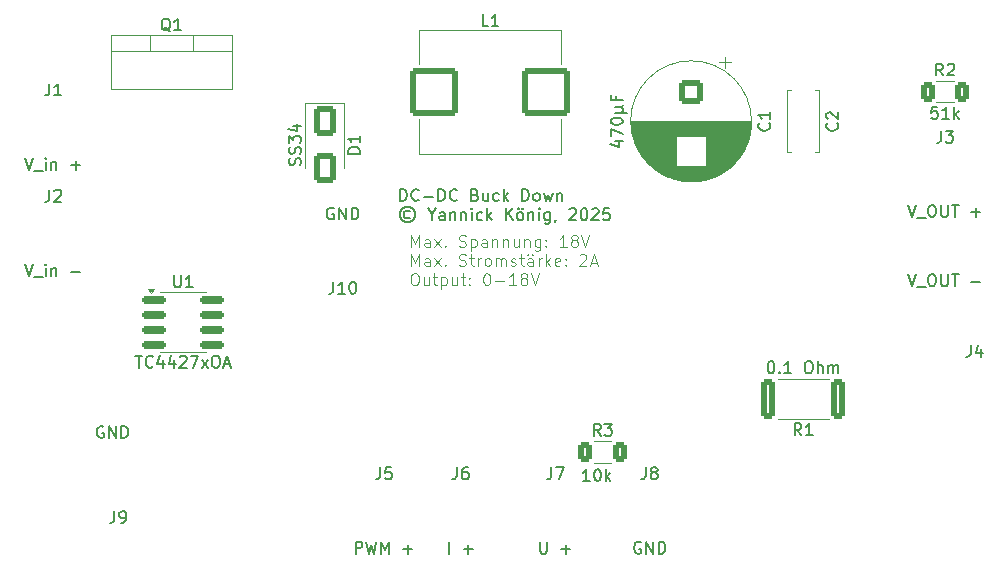
<source format=gto>
%TF.GenerationSoftware,KiCad,Pcbnew,9.0.2*%
%TF.CreationDate,2025-06-03T22:33:05+02:00*%
%TF.ProjectId,schaltung,73636861-6c74-4756-9e67-2e6b69636164,rev?*%
%TF.SameCoordinates,Original*%
%TF.FileFunction,Legend,Top*%
%TF.FilePolarity,Positive*%
%FSLAX46Y46*%
G04 Gerber Fmt 4.6, Leading zero omitted, Abs format (unit mm)*
G04 Created by KiCad (PCBNEW 9.0.2) date 2025-06-03 22:33:05*
%MOMM*%
%LPD*%
G01*
G04 APERTURE LIST*
G04 Aperture macros list*
%AMRoundRect*
0 Rectangle with rounded corners*
0 $1 Rounding radius*
0 $2 $3 $4 $5 $6 $7 $8 $9 X,Y pos of 4 corners*
0 Add a 4 corners polygon primitive as box body*
4,1,4,$2,$3,$4,$5,$6,$7,$8,$9,$2,$3,0*
0 Add four circle primitives for the rounded corners*
1,1,$1+$1,$2,$3*
1,1,$1+$1,$4,$5*
1,1,$1+$1,$6,$7*
1,1,$1+$1,$8,$9*
0 Add four rect primitives between the rounded corners*
20,1,$1+$1,$2,$3,$4,$5,0*
20,1,$1+$1,$4,$5,$6,$7,0*
20,1,$1+$1,$6,$7,$8,$9,0*
20,1,$1+$1,$8,$9,$2,$3,0*%
G04 Aperture macros list end*
%ADD10C,0.125000*%
%ADD11C,0.200000*%
%ADD12C,0.150000*%
%ADD13C,0.120000*%
%ADD14C,2.200000*%
%ADD15C,1.600000*%
%ADD16C,4.400000*%
%ADD17RoundRect,0.250002X-1.799998X-1.799998X1.799998X-1.799998X1.799998X1.799998X-1.799998X1.799998X0*%
%ADD18RoundRect,0.250000X-0.312500X-0.625000X0.312500X-0.625000X0.312500X0.625000X-0.312500X0.625000X0*%
%ADD19RoundRect,0.250000X0.362500X1.425000X-0.362500X1.425000X-0.362500X-1.425000X0.362500X-1.425000X0*%
%ADD20R,1.905000X2.000000*%
%ADD21O,1.905000X2.000000*%
%ADD22RoundRect,0.250000X-0.650000X1.000000X-0.650000X-1.000000X0.650000X-1.000000X0.650000X1.000000X0*%
%ADD23RoundRect,0.250000X-0.750000X0.750000X-0.750000X-0.750000X0.750000X-0.750000X0.750000X0.750000X0*%
%ADD24C,2.000000*%
%ADD25RoundRect,0.150000X-0.825000X-0.150000X0.825000X-0.150000X0.825000X0.150000X-0.825000X0.150000X0*%
G04 APERTURE END LIST*
D10*
X110320331Y-69651231D02*
X110320331Y-68651231D01*
X110320331Y-68651231D02*
X110653664Y-69365516D01*
X110653664Y-69365516D02*
X110986997Y-68651231D01*
X110986997Y-68651231D02*
X110986997Y-69651231D01*
X111891759Y-69651231D02*
X111891759Y-69127421D01*
X111891759Y-69127421D02*
X111844140Y-69032183D01*
X111844140Y-69032183D02*
X111748902Y-68984564D01*
X111748902Y-68984564D02*
X111558426Y-68984564D01*
X111558426Y-68984564D02*
X111463188Y-69032183D01*
X111891759Y-69603612D02*
X111796521Y-69651231D01*
X111796521Y-69651231D02*
X111558426Y-69651231D01*
X111558426Y-69651231D02*
X111463188Y-69603612D01*
X111463188Y-69603612D02*
X111415569Y-69508373D01*
X111415569Y-69508373D02*
X111415569Y-69413135D01*
X111415569Y-69413135D02*
X111463188Y-69317897D01*
X111463188Y-69317897D02*
X111558426Y-69270278D01*
X111558426Y-69270278D02*
X111796521Y-69270278D01*
X111796521Y-69270278D02*
X111891759Y-69222659D01*
X112272712Y-69651231D02*
X112796521Y-68984564D01*
X112272712Y-68984564D02*
X112796521Y-69651231D01*
X113177474Y-69555992D02*
X113225093Y-69603612D01*
X113225093Y-69603612D02*
X113177474Y-69651231D01*
X113177474Y-69651231D02*
X113129855Y-69603612D01*
X113129855Y-69603612D02*
X113177474Y-69555992D01*
X113177474Y-69555992D02*
X113177474Y-69651231D01*
X114367950Y-69603612D02*
X114510807Y-69651231D01*
X114510807Y-69651231D02*
X114748902Y-69651231D01*
X114748902Y-69651231D02*
X114844140Y-69603612D01*
X114844140Y-69603612D02*
X114891759Y-69555992D01*
X114891759Y-69555992D02*
X114939378Y-69460754D01*
X114939378Y-69460754D02*
X114939378Y-69365516D01*
X114939378Y-69365516D02*
X114891759Y-69270278D01*
X114891759Y-69270278D02*
X114844140Y-69222659D01*
X114844140Y-69222659D02*
X114748902Y-69175040D01*
X114748902Y-69175040D02*
X114558426Y-69127421D01*
X114558426Y-69127421D02*
X114463188Y-69079802D01*
X114463188Y-69079802D02*
X114415569Y-69032183D01*
X114415569Y-69032183D02*
X114367950Y-68936945D01*
X114367950Y-68936945D02*
X114367950Y-68841707D01*
X114367950Y-68841707D02*
X114415569Y-68746469D01*
X114415569Y-68746469D02*
X114463188Y-68698850D01*
X114463188Y-68698850D02*
X114558426Y-68651231D01*
X114558426Y-68651231D02*
X114796521Y-68651231D01*
X114796521Y-68651231D02*
X114939378Y-68698850D01*
X115367950Y-68984564D02*
X115367950Y-69984564D01*
X115367950Y-69032183D02*
X115463188Y-68984564D01*
X115463188Y-68984564D02*
X115653664Y-68984564D01*
X115653664Y-68984564D02*
X115748902Y-69032183D01*
X115748902Y-69032183D02*
X115796521Y-69079802D01*
X115796521Y-69079802D02*
X115844140Y-69175040D01*
X115844140Y-69175040D02*
X115844140Y-69460754D01*
X115844140Y-69460754D02*
X115796521Y-69555992D01*
X115796521Y-69555992D02*
X115748902Y-69603612D01*
X115748902Y-69603612D02*
X115653664Y-69651231D01*
X115653664Y-69651231D02*
X115463188Y-69651231D01*
X115463188Y-69651231D02*
X115367950Y-69603612D01*
X116701283Y-69651231D02*
X116701283Y-69127421D01*
X116701283Y-69127421D02*
X116653664Y-69032183D01*
X116653664Y-69032183D02*
X116558426Y-68984564D01*
X116558426Y-68984564D02*
X116367950Y-68984564D01*
X116367950Y-68984564D02*
X116272712Y-69032183D01*
X116701283Y-69603612D02*
X116606045Y-69651231D01*
X116606045Y-69651231D02*
X116367950Y-69651231D01*
X116367950Y-69651231D02*
X116272712Y-69603612D01*
X116272712Y-69603612D02*
X116225093Y-69508373D01*
X116225093Y-69508373D02*
X116225093Y-69413135D01*
X116225093Y-69413135D02*
X116272712Y-69317897D01*
X116272712Y-69317897D02*
X116367950Y-69270278D01*
X116367950Y-69270278D02*
X116606045Y-69270278D01*
X116606045Y-69270278D02*
X116701283Y-69222659D01*
X117177474Y-68984564D02*
X117177474Y-69651231D01*
X117177474Y-69079802D02*
X117225093Y-69032183D01*
X117225093Y-69032183D02*
X117320331Y-68984564D01*
X117320331Y-68984564D02*
X117463188Y-68984564D01*
X117463188Y-68984564D02*
X117558426Y-69032183D01*
X117558426Y-69032183D02*
X117606045Y-69127421D01*
X117606045Y-69127421D02*
X117606045Y-69651231D01*
X118082236Y-68984564D02*
X118082236Y-69651231D01*
X118082236Y-69079802D02*
X118129855Y-69032183D01*
X118129855Y-69032183D02*
X118225093Y-68984564D01*
X118225093Y-68984564D02*
X118367950Y-68984564D01*
X118367950Y-68984564D02*
X118463188Y-69032183D01*
X118463188Y-69032183D02*
X118510807Y-69127421D01*
X118510807Y-69127421D02*
X118510807Y-69651231D01*
X119415569Y-68984564D02*
X119415569Y-69651231D01*
X118986998Y-68984564D02*
X118986998Y-69508373D01*
X118986998Y-69508373D02*
X119034617Y-69603612D01*
X119034617Y-69603612D02*
X119129855Y-69651231D01*
X119129855Y-69651231D02*
X119272712Y-69651231D01*
X119272712Y-69651231D02*
X119367950Y-69603612D01*
X119367950Y-69603612D02*
X119415569Y-69555992D01*
X119891760Y-68984564D02*
X119891760Y-69651231D01*
X119891760Y-69079802D02*
X119939379Y-69032183D01*
X119939379Y-69032183D02*
X120034617Y-68984564D01*
X120034617Y-68984564D02*
X120177474Y-68984564D01*
X120177474Y-68984564D02*
X120272712Y-69032183D01*
X120272712Y-69032183D02*
X120320331Y-69127421D01*
X120320331Y-69127421D02*
X120320331Y-69651231D01*
X121225093Y-68984564D02*
X121225093Y-69794088D01*
X121225093Y-69794088D02*
X121177474Y-69889326D01*
X121177474Y-69889326D02*
X121129855Y-69936945D01*
X121129855Y-69936945D02*
X121034617Y-69984564D01*
X121034617Y-69984564D02*
X120891760Y-69984564D01*
X120891760Y-69984564D02*
X120796522Y-69936945D01*
X121225093Y-69603612D02*
X121129855Y-69651231D01*
X121129855Y-69651231D02*
X120939379Y-69651231D01*
X120939379Y-69651231D02*
X120844141Y-69603612D01*
X120844141Y-69603612D02*
X120796522Y-69555992D01*
X120796522Y-69555992D02*
X120748903Y-69460754D01*
X120748903Y-69460754D02*
X120748903Y-69175040D01*
X120748903Y-69175040D02*
X120796522Y-69079802D01*
X120796522Y-69079802D02*
X120844141Y-69032183D01*
X120844141Y-69032183D02*
X120939379Y-68984564D01*
X120939379Y-68984564D02*
X121129855Y-68984564D01*
X121129855Y-68984564D02*
X121225093Y-69032183D01*
X121701284Y-69555992D02*
X121748903Y-69603612D01*
X121748903Y-69603612D02*
X121701284Y-69651231D01*
X121701284Y-69651231D02*
X121653665Y-69603612D01*
X121653665Y-69603612D02*
X121701284Y-69555992D01*
X121701284Y-69555992D02*
X121701284Y-69651231D01*
X121701284Y-69032183D02*
X121748903Y-69079802D01*
X121748903Y-69079802D02*
X121701284Y-69127421D01*
X121701284Y-69127421D02*
X121653665Y-69079802D01*
X121653665Y-69079802D02*
X121701284Y-69032183D01*
X121701284Y-69032183D02*
X121701284Y-69127421D01*
X123463188Y-69651231D02*
X122891760Y-69651231D01*
X123177474Y-69651231D02*
X123177474Y-68651231D01*
X123177474Y-68651231D02*
X123082236Y-68794088D01*
X123082236Y-68794088D02*
X122986998Y-68889326D01*
X122986998Y-68889326D02*
X122891760Y-68936945D01*
X124034617Y-69079802D02*
X123939379Y-69032183D01*
X123939379Y-69032183D02*
X123891760Y-68984564D01*
X123891760Y-68984564D02*
X123844141Y-68889326D01*
X123844141Y-68889326D02*
X123844141Y-68841707D01*
X123844141Y-68841707D02*
X123891760Y-68746469D01*
X123891760Y-68746469D02*
X123939379Y-68698850D01*
X123939379Y-68698850D02*
X124034617Y-68651231D01*
X124034617Y-68651231D02*
X124225093Y-68651231D01*
X124225093Y-68651231D02*
X124320331Y-68698850D01*
X124320331Y-68698850D02*
X124367950Y-68746469D01*
X124367950Y-68746469D02*
X124415569Y-68841707D01*
X124415569Y-68841707D02*
X124415569Y-68889326D01*
X124415569Y-68889326D02*
X124367950Y-68984564D01*
X124367950Y-68984564D02*
X124320331Y-69032183D01*
X124320331Y-69032183D02*
X124225093Y-69079802D01*
X124225093Y-69079802D02*
X124034617Y-69079802D01*
X124034617Y-69079802D02*
X123939379Y-69127421D01*
X123939379Y-69127421D02*
X123891760Y-69175040D01*
X123891760Y-69175040D02*
X123844141Y-69270278D01*
X123844141Y-69270278D02*
X123844141Y-69460754D01*
X123844141Y-69460754D02*
X123891760Y-69555992D01*
X123891760Y-69555992D02*
X123939379Y-69603612D01*
X123939379Y-69603612D02*
X124034617Y-69651231D01*
X124034617Y-69651231D02*
X124225093Y-69651231D01*
X124225093Y-69651231D02*
X124320331Y-69603612D01*
X124320331Y-69603612D02*
X124367950Y-69555992D01*
X124367950Y-69555992D02*
X124415569Y-69460754D01*
X124415569Y-69460754D02*
X124415569Y-69270278D01*
X124415569Y-69270278D02*
X124367950Y-69175040D01*
X124367950Y-69175040D02*
X124320331Y-69127421D01*
X124320331Y-69127421D02*
X124225093Y-69079802D01*
X124701284Y-68651231D02*
X125034617Y-69651231D01*
X125034617Y-69651231D02*
X125367950Y-68651231D01*
X110320331Y-71261175D02*
X110320331Y-70261175D01*
X110320331Y-70261175D02*
X110653664Y-70975460D01*
X110653664Y-70975460D02*
X110986997Y-70261175D01*
X110986997Y-70261175D02*
X110986997Y-71261175D01*
X111891759Y-71261175D02*
X111891759Y-70737365D01*
X111891759Y-70737365D02*
X111844140Y-70642127D01*
X111844140Y-70642127D02*
X111748902Y-70594508D01*
X111748902Y-70594508D02*
X111558426Y-70594508D01*
X111558426Y-70594508D02*
X111463188Y-70642127D01*
X111891759Y-71213556D02*
X111796521Y-71261175D01*
X111796521Y-71261175D02*
X111558426Y-71261175D01*
X111558426Y-71261175D02*
X111463188Y-71213556D01*
X111463188Y-71213556D02*
X111415569Y-71118317D01*
X111415569Y-71118317D02*
X111415569Y-71023079D01*
X111415569Y-71023079D02*
X111463188Y-70927841D01*
X111463188Y-70927841D02*
X111558426Y-70880222D01*
X111558426Y-70880222D02*
X111796521Y-70880222D01*
X111796521Y-70880222D02*
X111891759Y-70832603D01*
X112272712Y-71261175D02*
X112796521Y-70594508D01*
X112272712Y-70594508D02*
X112796521Y-71261175D01*
X113177474Y-71165936D02*
X113225093Y-71213556D01*
X113225093Y-71213556D02*
X113177474Y-71261175D01*
X113177474Y-71261175D02*
X113129855Y-71213556D01*
X113129855Y-71213556D02*
X113177474Y-71165936D01*
X113177474Y-71165936D02*
X113177474Y-71261175D01*
X114367950Y-71213556D02*
X114510807Y-71261175D01*
X114510807Y-71261175D02*
X114748902Y-71261175D01*
X114748902Y-71261175D02*
X114844140Y-71213556D01*
X114844140Y-71213556D02*
X114891759Y-71165936D01*
X114891759Y-71165936D02*
X114939378Y-71070698D01*
X114939378Y-71070698D02*
X114939378Y-70975460D01*
X114939378Y-70975460D02*
X114891759Y-70880222D01*
X114891759Y-70880222D02*
X114844140Y-70832603D01*
X114844140Y-70832603D02*
X114748902Y-70784984D01*
X114748902Y-70784984D02*
X114558426Y-70737365D01*
X114558426Y-70737365D02*
X114463188Y-70689746D01*
X114463188Y-70689746D02*
X114415569Y-70642127D01*
X114415569Y-70642127D02*
X114367950Y-70546889D01*
X114367950Y-70546889D02*
X114367950Y-70451651D01*
X114367950Y-70451651D02*
X114415569Y-70356413D01*
X114415569Y-70356413D02*
X114463188Y-70308794D01*
X114463188Y-70308794D02*
X114558426Y-70261175D01*
X114558426Y-70261175D02*
X114796521Y-70261175D01*
X114796521Y-70261175D02*
X114939378Y-70308794D01*
X115225093Y-70594508D02*
X115606045Y-70594508D01*
X115367950Y-70261175D02*
X115367950Y-71118317D01*
X115367950Y-71118317D02*
X115415569Y-71213556D01*
X115415569Y-71213556D02*
X115510807Y-71261175D01*
X115510807Y-71261175D02*
X115606045Y-71261175D01*
X115939379Y-71261175D02*
X115939379Y-70594508D01*
X115939379Y-70784984D02*
X115986998Y-70689746D01*
X115986998Y-70689746D02*
X116034617Y-70642127D01*
X116034617Y-70642127D02*
X116129855Y-70594508D01*
X116129855Y-70594508D02*
X116225093Y-70594508D01*
X116701284Y-71261175D02*
X116606046Y-71213556D01*
X116606046Y-71213556D02*
X116558427Y-71165936D01*
X116558427Y-71165936D02*
X116510808Y-71070698D01*
X116510808Y-71070698D02*
X116510808Y-70784984D01*
X116510808Y-70784984D02*
X116558427Y-70689746D01*
X116558427Y-70689746D02*
X116606046Y-70642127D01*
X116606046Y-70642127D02*
X116701284Y-70594508D01*
X116701284Y-70594508D02*
X116844141Y-70594508D01*
X116844141Y-70594508D02*
X116939379Y-70642127D01*
X116939379Y-70642127D02*
X116986998Y-70689746D01*
X116986998Y-70689746D02*
X117034617Y-70784984D01*
X117034617Y-70784984D02*
X117034617Y-71070698D01*
X117034617Y-71070698D02*
X116986998Y-71165936D01*
X116986998Y-71165936D02*
X116939379Y-71213556D01*
X116939379Y-71213556D02*
X116844141Y-71261175D01*
X116844141Y-71261175D02*
X116701284Y-71261175D01*
X117463189Y-71261175D02*
X117463189Y-70594508D01*
X117463189Y-70689746D02*
X117510808Y-70642127D01*
X117510808Y-70642127D02*
X117606046Y-70594508D01*
X117606046Y-70594508D02*
X117748903Y-70594508D01*
X117748903Y-70594508D02*
X117844141Y-70642127D01*
X117844141Y-70642127D02*
X117891760Y-70737365D01*
X117891760Y-70737365D02*
X117891760Y-71261175D01*
X117891760Y-70737365D02*
X117939379Y-70642127D01*
X117939379Y-70642127D02*
X118034617Y-70594508D01*
X118034617Y-70594508D02*
X118177474Y-70594508D01*
X118177474Y-70594508D02*
X118272713Y-70642127D01*
X118272713Y-70642127D02*
X118320332Y-70737365D01*
X118320332Y-70737365D02*
X118320332Y-71261175D01*
X118748903Y-71213556D02*
X118844141Y-71261175D01*
X118844141Y-71261175D02*
X119034617Y-71261175D01*
X119034617Y-71261175D02*
X119129855Y-71213556D01*
X119129855Y-71213556D02*
X119177474Y-71118317D01*
X119177474Y-71118317D02*
X119177474Y-71070698D01*
X119177474Y-71070698D02*
X119129855Y-70975460D01*
X119129855Y-70975460D02*
X119034617Y-70927841D01*
X119034617Y-70927841D02*
X118891760Y-70927841D01*
X118891760Y-70927841D02*
X118796522Y-70880222D01*
X118796522Y-70880222D02*
X118748903Y-70784984D01*
X118748903Y-70784984D02*
X118748903Y-70737365D01*
X118748903Y-70737365D02*
X118796522Y-70642127D01*
X118796522Y-70642127D02*
X118891760Y-70594508D01*
X118891760Y-70594508D02*
X119034617Y-70594508D01*
X119034617Y-70594508D02*
X119129855Y-70642127D01*
X119463189Y-70594508D02*
X119844141Y-70594508D01*
X119606046Y-70261175D02*
X119606046Y-71118317D01*
X119606046Y-71118317D02*
X119653665Y-71213556D01*
X119653665Y-71213556D02*
X119748903Y-71261175D01*
X119748903Y-71261175D02*
X119844141Y-71261175D01*
X120606046Y-71261175D02*
X120606046Y-70737365D01*
X120606046Y-70737365D02*
X120558427Y-70642127D01*
X120558427Y-70642127D02*
X120463189Y-70594508D01*
X120463189Y-70594508D02*
X120272713Y-70594508D01*
X120272713Y-70594508D02*
X120177475Y-70642127D01*
X120606046Y-71213556D02*
X120510808Y-71261175D01*
X120510808Y-71261175D02*
X120272713Y-71261175D01*
X120272713Y-71261175D02*
X120177475Y-71213556D01*
X120177475Y-71213556D02*
X120129856Y-71118317D01*
X120129856Y-71118317D02*
X120129856Y-71023079D01*
X120129856Y-71023079D02*
X120177475Y-70927841D01*
X120177475Y-70927841D02*
X120272713Y-70880222D01*
X120272713Y-70880222D02*
X120510808Y-70880222D01*
X120510808Y-70880222D02*
X120606046Y-70832603D01*
X120177475Y-70261175D02*
X120225094Y-70308794D01*
X120225094Y-70308794D02*
X120177475Y-70356413D01*
X120177475Y-70356413D02*
X120129856Y-70308794D01*
X120129856Y-70308794D02*
X120177475Y-70261175D01*
X120177475Y-70261175D02*
X120177475Y-70356413D01*
X120558427Y-70261175D02*
X120606046Y-70308794D01*
X120606046Y-70308794D02*
X120558427Y-70356413D01*
X120558427Y-70356413D02*
X120510808Y-70308794D01*
X120510808Y-70308794D02*
X120558427Y-70261175D01*
X120558427Y-70261175D02*
X120558427Y-70356413D01*
X121082237Y-71261175D02*
X121082237Y-70594508D01*
X121082237Y-70784984D02*
X121129856Y-70689746D01*
X121129856Y-70689746D02*
X121177475Y-70642127D01*
X121177475Y-70642127D02*
X121272713Y-70594508D01*
X121272713Y-70594508D02*
X121367951Y-70594508D01*
X121701285Y-71261175D02*
X121701285Y-70261175D01*
X121796523Y-70880222D02*
X122082237Y-71261175D01*
X122082237Y-70594508D02*
X121701285Y-70975460D01*
X122891761Y-71213556D02*
X122796523Y-71261175D01*
X122796523Y-71261175D02*
X122606047Y-71261175D01*
X122606047Y-71261175D02*
X122510809Y-71213556D01*
X122510809Y-71213556D02*
X122463190Y-71118317D01*
X122463190Y-71118317D02*
X122463190Y-70737365D01*
X122463190Y-70737365D02*
X122510809Y-70642127D01*
X122510809Y-70642127D02*
X122606047Y-70594508D01*
X122606047Y-70594508D02*
X122796523Y-70594508D01*
X122796523Y-70594508D02*
X122891761Y-70642127D01*
X122891761Y-70642127D02*
X122939380Y-70737365D01*
X122939380Y-70737365D02*
X122939380Y-70832603D01*
X122939380Y-70832603D02*
X122463190Y-70927841D01*
X123367952Y-71165936D02*
X123415571Y-71213556D01*
X123415571Y-71213556D02*
X123367952Y-71261175D01*
X123367952Y-71261175D02*
X123320333Y-71213556D01*
X123320333Y-71213556D02*
X123367952Y-71165936D01*
X123367952Y-71165936D02*
X123367952Y-71261175D01*
X123367952Y-70642127D02*
X123415571Y-70689746D01*
X123415571Y-70689746D02*
X123367952Y-70737365D01*
X123367952Y-70737365D02*
X123320333Y-70689746D01*
X123320333Y-70689746D02*
X123367952Y-70642127D01*
X123367952Y-70642127D02*
X123367952Y-70737365D01*
X124558428Y-70356413D02*
X124606047Y-70308794D01*
X124606047Y-70308794D02*
X124701285Y-70261175D01*
X124701285Y-70261175D02*
X124939380Y-70261175D01*
X124939380Y-70261175D02*
X125034618Y-70308794D01*
X125034618Y-70308794D02*
X125082237Y-70356413D01*
X125082237Y-70356413D02*
X125129856Y-70451651D01*
X125129856Y-70451651D02*
X125129856Y-70546889D01*
X125129856Y-70546889D02*
X125082237Y-70689746D01*
X125082237Y-70689746D02*
X124510809Y-71261175D01*
X124510809Y-71261175D02*
X125129856Y-71261175D01*
X125510809Y-70975460D02*
X125986999Y-70975460D01*
X125415571Y-71261175D02*
X125748904Y-70261175D01*
X125748904Y-70261175D02*
X126082237Y-71261175D01*
X110510807Y-71871119D02*
X110701283Y-71871119D01*
X110701283Y-71871119D02*
X110796521Y-71918738D01*
X110796521Y-71918738D02*
X110891759Y-72013976D01*
X110891759Y-72013976D02*
X110939378Y-72204452D01*
X110939378Y-72204452D02*
X110939378Y-72537785D01*
X110939378Y-72537785D02*
X110891759Y-72728261D01*
X110891759Y-72728261D02*
X110796521Y-72823500D01*
X110796521Y-72823500D02*
X110701283Y-72871119D01*
X110701283Y-72871119D02*
X110510807Y-72871119D01*
X110510807Y-72871119D02*
X110415569Y-72823500D01*
X110415569Y-72823500D02*
X110320331Y-72728261D01*
X110320331Y-72728261D02*
X110272712Y-72537785D01*
X110272712Y-72537785D02*
X110272712Y-72204452D01*
X110272712Y-72204452D02*
X110320331Y-72013976D01*
X110320331Y-72013976D02*
X110415569Y-71918738D01*
X110415569Y-71918738D02*
X110510807Y-71871119D01*
X111796521Y-72204452D02*
X111796521Y-72871119D01*
X111367950Y-72204452D02*
X111367950Y-72728261D01*
X111367950Y-72728261D02*
X111415569Y-72823500D01*
X111415569Y-72823500D02*
X111510807Y-72871119D01*
X111510807Y-72871119D02*
X111653664Y-72871119D01*
X111653664Y-72871119D02*
X111748902Y-72823500D01*
X111748902Y-72823500D02*
X111796521Y-72775880D01*
X112129855Y-72204452D02*
X112510807Y-72204452D01*
X112272712Y-71871119D02*
X112272712Y-72728261D01*
X112272712Y-72728261D02*
X112320331Y-72823500D01*
X112320331Y-72823500D02*
X112415569Y-72871119D01*
X112415569Y-72871119D02*
X112510807Y-72871119D01*
X112844141Y-72204452D02*
X112844141Y-73204452D01*
X112844141Y-72252071D02*
X112939379Y-72204452D01*
X112939379Y-72204452D02*
X113129855Y-72204452D01*
X113129855Y-72204452D02*
X113225093Y-72252071D01*
X113225093Y-72252071D02*
X113272712Y-72299690D01*
X113272712Y-72299690D02*
X113320331Y-72394928D01*
X113320331Y-72394928D02*
X113320331Y-72680642D01*
X113320331Y-72680642D02*
X113272712Y-72775880D01*
X113272712Y-72775880D02*
X113225093Y-72823500D01*
X113225093Y-72823500D02*
X113129855Y-72871119D01*
X113129855Y-72871119D02*
X112939379Y-72871119D01*
X112939379Y-72871119D02*
X112844141Y-72823500D01*
X114177474Y-72204452D02*
X114177474Y-72871119D01*
X113748903Y-72204452D02*
X113748903Y-72728261D01*
X113748903Y-72728261D02*
X113796522Y-72823500D01*
X113796522Y-72823500D02*
X113891760Y-72871119D01*
X113891760Y-72871119D02*
X114034617Y-72871119D01*
X114034617Y-72871119D02*
X114129855Y-72823500D01*
X114129855Y-72823500D02*
X114177474Y-72775880D01*
X114510808Y-72204452D02*
X114891760Y-72204452D01*
X114653665Y-71871119D02*
X114653665Y-72728261D01*
X114653665Y-72728261D02*
X114701284Y-72823500D01*
X114701284Y-72823500D02*
X114796522Y-72871119D01*
X114796522Y-72871119D02*
X114891760Y-72871119D01*
X115225094Y-72775880D02*
X115272713Y-72823500D01*
X115272713Y-72823500D02*
X115225094Y-72871119D01*
X115225094Y-72871119D02*
X115177475Y-72823500D01*
X115177475Y-72823500D02*
X115225094Y-72775880D01*
X115225094Y-72775880D02*
X115225094Y-72871119D01*
X115225094Y-72252071D02*
X115272713Y-72299690D01*
X115272713Y-72299690D02*
X115225094Y-72347309D01*
X115225094Y-72347309D02*
X115177475Y-72299690D01*
X115177475Y-72299690D02*
X115225094Y-72252071D01*
X115225094Y-72252071D02*
X115225094Y-72347309D01*
X116653665Y-71871119D02*
X116748903Y-71871119D01*
X116748903Y-71871119D02*
X116844141Y-71918738D01*
X116844141Y-71918738D02*
X116891760Y-71966357D01*
X116891760Y-71966357D02*
X116939379Y-72061595D01*
X116939379Y-72061595D02*
X116986998Y-72252071D01*
X116986998Y-72252071D02*
X116986998Y-72490166D01*
X116986998Y-72490166D02*
X116939379Y-72680642D01*
X116939379Y-72680642D02*
X116891760Y-72775880D01*
X116891760Y-72775880D02*
X116844141Y-72823500D01*
X116844141Y-72823500D02*
X116748903Y-72871119D01*
X116748903Y-72871119D02*
X116653665Y-72871119D01*
X116653665Y-72871119D02*
X116558427Y-72823500D01*
X116558427Y-72823500D02*
X116510808Y-72775880D01*
X116510808Y-72775880D02*
X116463189Y-72680642D01*
X116463189Y-72680642D02*
X116415570Y-72490166D01*
X116415570Y-72490166D02*
X116415570Y-72252071D01*
X116415570Y-72252071D02*
X116463189Y-72061595D01*
X116463189Y-72061595D02*
X116510808Y-71966357D01*
X116510808Y-71966357D02*
X116558427Y-71918738D01*
X116558427Y-71918738D02*
X116653665Y-71871119D01*
X117415570Y-72490166D02*
X118177475Y-72490166D01*
X119177474Y-72871119D02*
X118606046Y-72871119D01*
X118891760Y-72871119D02*
X118891760Y-71871119D01*
X118891760Y-71871119D02*
X118796522Y-72013976D01*
X118796522Y-72013976D02*
X118701284Y-72109214D01*
X118701284Y-72109214D02*
X118606046Y-72156833D01*
X119748903Y-72299690D02*
X119653665Y-72252071D01*
X119653665Y-72252071D02*
X119606046Y-72204452D01*
X119606046Y-72204452D02*
X119558427Y-72109214D01*
X119558427Y-72109214D02*
X119558427Y-72061595D01*
X119558427Y-72061595D02*
X119606046Y-71966357D01*
X119606046Y-71966357D02*
X119653665Y-71918738D01*
X119653665Y-71918738D02*
X119748903Y-71871119D01*
X119748903Y-71871119D02*
X119939379Y-71871119D01*
X119939379Y-71871119D02*
X120034617Y-71918738D01*
X120034617Y-71918738D02*
X120082236Y-71966357D01*
X120082236Y-71966357D02*
X120129855Y-72061595D01*
X120129855Y-72061595D02*
X120129855Y-72109214D01*
X120129855Y-72109214D02*
X120082236Y-72204452D01*
X120082236Y-72204452D02*
X120034617Y-72252071D01*
X120034617Y-72252071D02*
X119939379Y-72299690D01*
X119939379Y-72299690D02*
X119748903Y-72299690D01*
X119748903Y-72299690D02*
X119653665Y-72347309D01*
X119653665Y-72347309D02*
X119606046Y-72394928D01*
X119606046Y-72394928D02*
X119558427Y-72490166D01*
X119558427Y-72490166D02*
X119558427Y-72680642D01*
X119558427Y-72680642D02*
X119606046Y-72775880D01*
X119606046Y-72775880D02*
X119653665Y-72823500D01*
X119653665Y-72823500D02*
X119748903Y-72871119D01*
X119748903Y-72871119D02*
X119939379Y-72871119D01*
X119939379Y-72871119D02*
X120034617Y-72823500D01*
X120034617Y-72823500D02*
X120082236Y-72775880D01*
X120082236Y-72775880D02*
X120129855Y-72680642D01*
X120129855Y-72680642D02*
X120129855Y-72490166D01*
X120129855Y-72490166D02*
X120082236Y-72394928D01*
X120082236Y-72394928D02*
X120034617Y-72347309D01*
X120034617Y-72347309D02*
X119939379Y-72299690D01*
X120415570Y-71871119D02*
X120748903Y-72871119D01*
X120748903Y-72871119D02*
X121082236Y-71871119D01*
D11*
X109369673Y-65757275D02*
X109369673Y-64757275D01*
X109369673Y-64757275D02*
X109607768Y-64757275D01*
X109607768Y-64757275D02*
X109750625Y-64804894D01*
X109750625Y-64804894D02*
X109845863Y-64900132D01*
X109845863Y-64900132D02*
X109893482Y-64995370D01*
X109893482Y-64995370D02*
X109941101Y-65185846D01*
X109941101Y-65185846D02*
X109941101Y-65328703D01*
X109941101Y-65328703D02*
X109893482Y-65519179D01*
X109893482Y-65519179D02*
X109845863Y-65614417D01*
X109845863Y-65614417D02*
X109750625Y-65709656D01*
X109750625Y-65709656D02*
X109607768Y-65757275D01*
X109607768Y-65757275D02*
X109369673Y-65757275D01*
X110941101Y-65662036D02*
X110893482Y-65709656D01*
X110893482Y-65709656D02*
X110750625Y-65757275D01*
X110750625Y-65757275D02*
X110655387Y-65757275D01*
X110655387Y-65757275D02*
X110512530Y-65709656D01*
X110512530Y-65709656D02*
X110417292Y-65614417D01*
X110417292Y-65614417D02*
X110369673Y-65519179D01*
X110369673Y-65519179D02*
X110322054Y-65328703D01*
X110322054Y-65328703D02*
X110322054Y-65185846D01*
X110322054Y-65185846D02*
X110369673Y-64995370D01*
X110369673Y-64995370D02*
X110417292Y-64900132D01*
X110417292Y-64900132D02*
X110512530Y-64804894D01*
X110512530Y-64804894D02*
X110655387Y-64757275D01*
X110655387Y-64757275D02*
X110750625Y-64757275D01*
X110750625Y-64757275D02*
X110893482Y-64804894D01*
X110893482Y-64804894D02*
X110941101Y-64852513D01*
X111369673Y-65376322D02*
X112131578Y-65376322D01*
X112607768Y-65757275D02*
X112607768Y-64757275D01*
X112607768Y-64757275D02*
X112845863Y-64757275D01*
X112845863Y-64757275D02*
X112988720Y-64804894D01*
X112988720Y-64804894D02*
X113083958Y-64900132D01*
X113083958Y-64900132D02*
X113131577Y-64995370D01*
X113131577Y-64995370D02*
X113179196Y-65185846D01*
X113179196Y-65185846D02*
X113179196Y-65328703D01*
X113179196Y-65328703D02*
X113131577Y-65519179D01*
X113131577Y-65519179D02*
X113083958Y-65614417D01*
X113083958Y-65614417D02*
X112988720Y-65709656D01*
X112988720Y-65709656D02*
X112845863Y-65757275D01*
X112845863Y-65757275D02*
X112607768Y-65757275D01*
X114179196Y-65662036D02*
X114131577Y-65709656D01*
X114131577Y-65709656D02*
X113988720Y-65757275D01*
X113988720Y-65757275D02*
X113893482Y-65757275D01*
X113893482Y-65757275D02*
X113750625Y-65709656D01*
X113750625Y-65709656D02*
X113655387Y-65614417D01*
X113655387Y-65614417D02*
X113607768Y-65519179D01*
X113607768Y-65519179D02*
X113560149Y-65328703D01*
X113560149Y-65328703D02*
X113560149Y-65185846D01*
X113560149Y-65185846D02*
X113607768Y-64995370D01*
X113607768Y-64995370D02*
X113655387Y-64900132D01*
X113655387Y-64900132D02*
X113750625Y-64804894D01*
X113750625Y-64804894D02*
X113893482Y-64757275D01*
X113893482Y-64757275D02*
X113988720Y-64757275D01*
X113988720Y-64757275D02*
X114131577Y-64804894D01*
X114131577Y-64804894D02*
X114179196Y-64852513D01*
X115703006Y-65233465D02*
X115845863Y-65281084D01*
X115845863Y-65281084D02*
X115893482Y-65328703D01*
X115893482Y-65328703D02*
X115941101Y-65423941D01*
X115941101Y-65423941D02*
X115941101Y-65566798D01*
X115941101Y-65566798D02*
X115893482Y-65662036D01*
X115893482Y-65662036D02*
X115845863Y-65709656D01*
X115845863Y-65709656D02*
X115750625Y-65757275D01*
X115750625Y-65757275D02*
X115369673Y-65757275D01*
X115369673Y-65757275D02*
X115369673Y-64757275D01*
X115369673Y-64757275D02*
X115703006Y-64757275D01*
X115703006Y-64757275D02*
X115798244Y-64804894D01*
X115798244Y-64804894D02*
X115845863Y-64852513D01*
X115845863Y-64852513D02*
X115893482Y-64947751D01*
X115893482Y-64947751D02*
X115893482Y-65042989D01*
X115893482Y-65042989D02*
X115845863Y-65138227D01*
X115845863Y-65138227D02*
X115798244Y-65185846D01*
X115798244Y-65185846D02*
X115703006Y-65233465D01*
X115703006Y-65233465D02*
X115369673Y-65233465D01*
X116798244Y-65090608D02*
X116798244Y-65757275D01*
X116369673Y-65090608D02*
X116369673Y-65614417D01*
X116369673Y-65614417D02*
X116417292Y-65709656D01*
X116417292Y-65709656D02*
X116512530Y-65757275D01*
X116512530Y-65757275D02*
X116655387Y-65757275D01*
X116655387Y-65757275D02*
X116750625Y-65709656D01*
X116750625Y-65709656D02*
X116798244Y-65662036D01*
X117703006Y-65709656D02*
X117607768Y-65757275D01*
X117607768Y-65757275D02*
X117417292Y-65757275D01*
X117417292Y-65757275D02*
X117322054Y-65709656D01*
X117322054Y-65709656D02*
X117274435Y-65662036D01*
X117274435Y-65662036D02*
X117226816Y-65566798D01*
X117226816Y-65566798D02*
X117226816Y-65281084D01*
X117226816Y-65281084D02*
X117274435Y-65185846D01*
X117274435Y-65185846D02*
X117322054Y-65138227D01*
X117322054Y-65138227D02*
X117417292Y-65090608D01*
X117417292Y-65090608D02*
X117607768Y-65090608D01*
X117607768Y-65090608D02*
X117703006Y-65138227D01*
X118131578Y-65757275D02*
X118131578Y-64757275D01*
X118226816Y-65376322D02*
X118512530Y-65757275D01*
X118512530Y-65090608D02*
X118131578Y-65471560D01*
X119703007Y-65757275D02*
X119703007Y-64757275D01*
X119703007Y-64757275D02*
X119941102Y-64757275D01*
X119941102Y-64757275D02*
X120083959Y-64804894D01*
X120083959Y-64804894D02*
X120179197Y-64900132D01*
X120179197Y-64900132D02*
X120226816Y-64995370D01*
X120226816Y-64995370D02*
X120274435Y-65185846D01*
X120274435Y-65185846D02*
X120274435Y-65328703D01*
X120274435Y-65328703D02*
X120226816Y-65519179D01*
X120226816Y-65519179D02*
X120179197Y-65614417D01*
X120179197Y-65614417D02*
X120083959Y-65709656D01*
X120083959Y-65709656D02*
X119941102Y-65757275D01*
X119941102Y-65757275D02*
X119703007Y-65757275D01*
X120845864Y-65757275D02*
X120750626Y-65709656D01*
X120750626Y-65709656D02*
X120703007Y-65662036D01*
X120703007Y-65662036D02*
X120655388Y-65566798D01*
X120655388Y-65566798D02*
X120655388Y-65281084D01*
X120655388Y-65281084D02*
X120703007Y-65185846D01*
X120703007Y-65185846D02*
X120750626Y-65138227D01*
X120750626Y-65138227D02*
X120845864Y-65090608D01*
X120845864Y-65090608D02*
X120988721Y-65090608D01*
X120988721Y-65090608D02*
X121083959Y-65138227D01*
X121083959Y-65138227D02*
X121131578Y-65185846D01*
X121131578Y-65185846D02*
X121179197Y-65281084D01*
X121179197Y-65281084D02*
X121179197Y-65566798D01*
X121179197Y-65566798D02*
X121131578Y-65662036D01*
X121131578Y-65662036D02*
X121083959Y-65709656D01*
X121083959Y-65709656D02*
X120988721Y-65757275D01*
X120988721Y-65757275D02*
X120845864Y-65757275D01*
X121512531Y-65090608D02*
X121703007Y-65757275D01*
X121703007Y-65757275D02*
X121893483Y-65281084D01*
X121893483Y-65281084D02*
X122083959Y-65757275D01*
X122083959Y-65757275D02*
X122274435Y-65090608D01*
X122655388Y-65090608D02*
X122655388Y-65757275D01*
X122655388Y-65185846D02*
X122703007Y-65138227D01*
X122703007Y-65138227D02*
X122798245Y-65090608D01*
X122798245Y-65090608D02*
X122941102Y-65090608D01*
X122941102Y-65090608D02*
X123036340Y-65138227D01*
X123036340Y-65138227D02*
X123083959Y-65233465D01*
X123083959Y-65233465D02*
X123083959Y-65757275D01*
X110179197Y-66605314D02*
X110083958Y-66557695D01*
X110083958Y-66557695D02*
X109893482Y-66557695D01*
X109893482Y-66557695D02*
X109798244Y-66605314D01*
X109798244Y-66605314D02*
X109703006Y-66700552D01*
X109703006Y-66700552D02*
X109655387Y-66795790D01*
X109655387Y-66795790D02*
X109655387Y-66986266D01*
X109655387Y-66986266D02*
X109703006Y-67081504D01*
X109703006Y-67081504D02*
X109798244Y-67176742D01*
X109798244Y-67176742D02*
X109893482Y-67224361D01*
X109893482Y-67224361D02*
X110083958Y-67224361D01*
X110083958Y-67224361D02*
X110179197Y-67176742D01*
X109988720Y-66224361D02*
X109750625Y-66271980D01*
X109750625Y-66271980D02*
X109512530Y-66414838D01*
X109512530Y-66414838D02*
X109369673Y-66652933D01*
X109369673Y-66652933D02*
X109322054Y-66891028D01*
X109322054Y-66891028D02*
X109369673Y-67129123D01*
X109369673Y-67129123D02*
X109512530Y-67367219D01*
X109512530Y-67367219D02*
X109750625Y-67510076D01*
X109750625Y-67510076D02*
X109988720Y-67557695D01*
X109988720Y-67557695D02*
X110226816Y-67510076D01*
X110226816Y-67510076D02*
X110464911Y-67367219D01*
X110464911Y-67367219D02*
X110607768Y-67129123D01*
X110607768Y-67129123D02*
X110655387Y-66891028D01*
X110655387Y-66891028D02*
X110607768Y-66652933D01*
X110607768Y-66652933D02*
X110464911Y-66414838D01*
X110464911Y-66414838D02*
X110226816Y-66271980D01*
X110226816Y-66271980D02*
X109988720Y-66224361D01*
X112036340Y-66891028D02*
X112036340Y-67367219D01*
X111703007Y-66367219D02*
X112036340Y-66891028D01*
X112036340Y-66891028D02*
X112369673Y-66367219D01*
X113131578Y-67367219D02*
X113131578Y-66843409D01*
X113131578Y-66843409D02*
X113083959Y-66748171D01*
X113083959Y-66748171D02*
X112988721Y-66700552D01*
X112988721Y-66700552D02*
X112798245Y-66700552D01*
X112798245Y-66700552D02*
X112703007Y-66748171D01*
X113131578Y-67319600D02*
X113036340Y-67367219D01*
X113036340Y-67367219D02*
X112798245Y-67367219D01*
X112798245Y-67367219D02*
X112703007Y-67319600D01*
X112703007Y-67319600D02*
X112655388Y-67224361D01*
X112655388Y-67224361D02*
X112655388Y-67129123D01*
X112655388Y-67129123D02*
X112703007Y-67033885D01*
X112703007Y-67033885D02*
X112798245Y-66986266D01*
X112798245Y-66986266D02*
X113036340Y-66986266D01*
X113036340Y-66986266D02*
X113131578Y-66938647D01*
X113607769Y-66700552D02*
X113607769Y-67367219D01*
X113607769Y-66795790D02*
X113655388Y-66748171D01*
X113655388Y-66748171D02*
X113750626Y-66700552D01*
X113750626Y-66700552D02*
X113893483Y-66700552D01*
X113893483Y-66700552D02*
X113988721Y-66748171D01*
X113988721Y-66748171D02*
X114036340Y-66843409D01*
X114036340Y-66843409D02*
X114036340Y-67367219D01*
X114512531Y-66700552D02*
X114512531Y-67367219D01*
X114512531Y-66795790D02*
X114560150Y-66748171D01*
X114560150Y-66748171D02*
X114655388Y-66700552D01*
X114655388Y-66700552D02*
X114798245Y-66700552D01*
X114798245Y-66700552D02*
X114893483Y-66748171D01*
X114893483Y-66748171D02*
X114941102Y-66843409D01*
X114941102Y-66843409D02*
X114941102Y-67367219D01*
X115417293Y-67367219D02*
X115417293Y-66700552D01*
X115417293Y-66367219D02*
X115369674Y-66414838D01*
X115369674Y-66414838D02*
X115417293Y-66462457D01*
X115417293Y-66462457D02*
X115464912Y-66414838D01*
X115464912Y-66414838D02*
X115417293Y-66367219D01*
X115417293Y-66367219D02*
X115417293Y-66462457D01*
X116322054Y-67319600D02*
X116226816Y-67367219D01*
X116226816Y-67367219D02*
X116036340Y-67367219D01*
X116036340Y-67367219D02*
X115941102Y-67319600D01*
X115941102Y-67319600D02*
X115893483Y-67271980D01*
X115893483Y-67271980D02*
X115845864Y-67176742D01*
X115845864Y-67176742D02*
X115845864Y-66891028D01*
X115845864Y-66891028D02*
X115893483Y-66795790D01*
X115893483Y-66795790D02*
X115941102Y-66748171D01*
X115941102Y-66748171D02*
X116036340Y-66700552D01*
X116036340Y-66700552D02*
X116226816Y-66700552D01*
X116226816Y-66700552D02*
X116322054Y-66748171D01*
X116750626Y-67367219D02*
X116750626Y-66367219D01*
X116845864Y-66986266D02*
X117131578Y-67367219D01*
X117131578Y-66700552D02*
X116750626Y-67081504D01*
X118322055Y-67367219D02*
X118322055Y-66367219D01*
X118893483Y-67367219D02*
X118464912Y-66795790D01*
X118893483Y-66367219D02*
X118322055Y-66938647D01*
X119464912Y-67367219D02*
X119369674Y-67319600D01*
X119369674Y-67319600D02*
X119322055Y-67271980D01*
X119322055Y-67271980D02*
X119274436Y-67176742D01*
X119274436Y-67176742D02*
X119274436Y-66891028D01*
X119274436Y-66891028D02*
X119322055Y-66795790D01*
X119322055Y-66795790D02*
X119369674Y-66748171D01*
X119369674Y-66748171D02*
X119464912Y-66700552D01*
X119464912Y-66700552D02*
X119607769Y-66700552D01*
X119607769Y-66700552D02*
X119703007Y-66748171D01*
X119703007Y-66748171D02*
X119750626Y-66795790D01*
X119750626Y-66795790D02*
X119798245Y-66891028D01*
X119798245Y-66891028D02*
X119798245Y-67176742D01*
X119798245Y-67176742D02*
X119750626Y-67271980D01*
X119750626Y-67271980D02*
X119703007Y-67319600D01*
X119703007Y-67319600D02*
X119607769Y-67367219D01*
X119607769Y-67367219D02*
X119464912Y-67367219D01*
X119369674Y-66367219D02*
X119417293Y-66414838D01*
X119417293Y-66414838D02*
X119369674Y-66462457D01*
X119369674Y-66462457D02*
X119322055Y-66414838D01*
X119322055Y-66414838D02*
X119369674Y-66367219D01*
X119369674Y-66367219D02*
X119369674Y-66462457D01*
X119750626Y-66367219D02*
X119798245Y-66414838D01*
X119798245Y-66414838D02*
X119750626Y-66462457D01*
X119750626Y-66462457D02*
X119703007Y-66414838D01*
X119703007Y-66414838D02*
X119750626Y-66367219D01*
X119750626Y-66367219D02*
X119750626Y-66462457D01*
X120226817Y-66700552D02*
X120226817Y-67367219D01*
X120226817Y-66795790D02*
X120274436Y-66748171D01*
X120274436Y-66748171D02*
X120369674Y-66700552D01*
X120369674Y-66700552D02*
X120512531Y-66700552D01*
X120512531Y-66700552D02*
X120607769Y-66748171D01*
X120607769Y-66748171D02*
X120655388Y-66843409D01*
X120655388Y-66843409D02*
X120655388Y-67367219D01*
X121131579Y-67367219D02*
X121131579Y-66700552D01*
X121131579Y-66367219D02*
X121083960Y-66414838D01*
X121083960Y-66414838D02*
X121131579Y-66462457D01*
X121131579Y-66462457D02*
X121179198Y-66414838D01*
X121179198Y-66414838D02*
X121131579Y-66367219D01*
X121131579Y-66367219D02*
X121131579Y-66462457D01*
X122036340Y-66700552D02*
X122036340Y-67510076D01*
X122036340Y-67510076D02*
X121988721Y-67605314D01*
X121988721Y-67605314D02*
X121941102Y-67652933D01*
X121941102Y-67652933D02*
X121845864Y-67700552D01*
X121845864Y-67700552D02*
X121703007Y-67700552D01*
X121703007Y-67700552D02*
X121607769Y-67652933D01*
X122036340Y-67319600D02*
X121941102Y-67367219D01*
X121941102Y-67367219D02*
X121750626Y-67367219D01*
X121750626Y-67367219D02*
X121655388Y-67319600D01*
X121655388Y-67319600D02*
X121607769Y-67271980D01*
X121607769Y-67271980D02*
X121560150Y-67176742D01*
X121560150Y-67176742D02*
X121560150Y-66891028D01*
X121560150Y-66891028D02*
X121607769Y-66795790D01*
X121607769Y-66795790D02*
X121655388Y-66748171D01*
X121655388Y-66748171D02*
X121750626Y-66700552D01*
X121750626Y-66700552D02*
X121941102Y-66700552D01*
X121941102Y-66700552D02*
X122036340Y-66748171D01*
X122560150Y-67319600D02*
X122560150Y-67367219D01*
X122560150Y-67367219D02*
X122512531Y-67462457D01*
X122512531Y-67462457D02*
X122464912Y-67510076D01*
X123703007Y-66462457D02*
X123750626Y-66414838D01*
X123750626Y-66414838D02*
X123845864Y-66367219D01*
X123845864Y-66367219D02*
X124083959Y-66367219D01*
X124083959Y-66367219D02*
X124179197Y-66414838D01*
X124179197Y-66414838D02*
X124226816Y-66462457D01*
X124226816Y-66462457D02*
X124274435Y-66557695D01*
X124274435Y-66557695D02*
X124274435Y-66652933D01*
X124274435Y-66652933D02*
X124226816Y-66795790D01*
X124226816Y-66795790D02*
X123655388Y-67367219D01*
X123655388Y-67367219D02*
X124274435Y-67367219D01*
X124893483Y-66367219D02*
X124988721Y-66367219D01*
X124988721Y-66367219D02*
X125083959Y-66414838D01*
X125083959Y-66414838D02*
X125131578Y-66462457D01*
X125131578Y-66462457D02*
X125179197Y-66557695D01*
X125179197Y-66557695D02*
X125226816Y-66748171D01*
X125226816Y-66748171D02*
X125226816Y-66986266D01*
X125226816Y-66986266D02*
X125179197Y-67176742D01*
X125179197Y-67176742D02*
X125131578Y-67271980D01*
X125131578Y-67271980D02*
X125083959Y-67319600D01*
X125083959Y-67319600D02*
X124988721Y-67367219D01*
X124988721Y-67367219D02*
X124893483Y-67367219D01*
X124893483Y-67367219D02*
X124798245Y-67319600D01*
X124798245Y-67319600D02*
X124750626Y-67271980D01*
X124750626Y-67271980D02*
X124703007Y-67176742D01*
X124703007Y-67176742D02*
X124655388Y-66986266D01*
X124655388Y-66986266D02*
X124655388Y-66748171D01*
X124655388Y-66748171D02*
X124703007Y-66557695D01*
X124703007Y-66557695D02*
X124750626Y-66462457D01*
X124750626Y-66462457D02*
X124798245Y-66414838D01*
X124798245Y-66414838D02*
X124893483Y-66367219D01*
X125607769Y-66462457D02*
X125655388Y-66414838D01*
X125655388Y-66414838D02*
X125750626Y-66367219D01*
X125750626Y-66367219D02*
X125988721Y-66367219D01*
X125988721Y-66367219D02*
X126083959Y-66414838D01*
X126083959Y-66414838D02*
X126131578Y-66462457D01*
X126131578Y-66462457D02*
X126179197Y-66557695D01*
X126179197Y-66557695D02*
X126179197Y-66652933D01*
X126179197Y-66652933D02*
X126131578Y-66795790D01*
X126131578Y-66795790D02*
X125560150Y-67367219D01*
X125560150Y-67367219D02*
X126179197Y-67367219D01*
X127083959Y-66367219D02*
X126607769Y-66367219D01*
X126607769Y-66367219D02*
X126560150Y-66843409D01*
X126560150Y-66843409D02*
X126607769Y-66795790D01*
X126607769Y-66795790D02*
X126703007Y-66748171D01*
X126703007Y-66748171D02*
X126941102Y-66748171D01*
X126941102Y-66748171D02*
X127036340Y-66795790D01*
X127036340Y-66795790D02*
X127083959Y-66843409D01*
X127083959Y-66843409D02*
X127131578Y-66938647D01*
X127131578Y-66938647D02*
X127131578Y-67176742D01*
X127131578Y-67176742D02*
X127083959Y-67271980D01*
X127083959Y-67271980D02*
X127036340Y-67319600D01*
X127036340Y-67319600D02*
X126941102Y-67367219D01*
X126941102Y-67367219D02*
X126703007Y-67367219D01*
X126703007Y-67367219D02*
X126607769Y-67319600D01*
X126607769Y-67319600D02*
X126560150Y-67271980D01*
D12*
X146359580Y-59166666D02*
X146407200Y-59214285D01*
X146407200Y-59214285D02*
X146454819Y-59357142D01*
X146454819Y-59357142D02*
X146454819Y-59452380D01*
X146454819Y-59452380D02*
X146407200Y-59595237D01*
X146407200Y-59595237D02*
X146311961Y-59690475D01*
X146311961Y-59690475D02*
X146216723Y-59738094D01*
X146216723Y-59738094D02*
X146026247Y-59785713D01*
X146026247Y-59785713D02*
X145883390Y-59785713D01*
X145883390Y-59785713D02*
X145692914Y-59738094D01*
X145692914Y-59738094D02*
X145597676Y-59690475D01*
X145597676Y-59690475D02*
X145502438Y-59595237D01*
X145502438Y-59595237D02*
X145454819Y-59452380D01*
X145454819Y-59452380D02*
X145454819Y-59357142D01*
X145454819Y-59357142D02*
X145502438Y-59214285D01*
X145502438Y-59214285D02*
X145550057Y-59166666D01*
X145550057Y-58785713D02*
X145502438Y-58738094D01*
X145502438Y-58738094D02*
X145454819Y-58642856D01*
X145454819Y-58642856D02*
X145454819Y-58404761D01*
X145454819Y-58404761D02*
X145502438Y-58309523D01*
X145502438Y-58309523D02*
X145550057Y-58261904D01*
X145550057Y-58261904D02*
X145645295Y-58214285D01*
X145645295Y-58214285D02*
X145740533Y-58214285D01*
X145740533Y-58214285D02*
X145883390Y-58261904D01*
X145883390Y-58261904D02*
X146454819Y-58833332D01*
X146454819Y-58833332D02*
X146454819Y-58214285D01*
X103690476Y-72604819D02*
X103690476Y-73319104D01*
X103690476Y-73319104D02*
X103642857Y-73461961D01*
X103642857Y-73461961D02*
X103547619Y-73557200D01*
X103547619Y-73557200D02*
X103404762Y-73604819D01*
X103404762Y-73604819D02*
X103309524Y-73604819D01*
X104690476Y-73604819D02*
X104119048Y-73604819D01*
X104404762Y-73604819D02*
X104404762Y-72604819D01*
X104404762Y-72604819D02*
X104309524Y-72747676D01*
X104309524Y-72747676D02*
X104214286Y-72842914D01*
X104214286Y-72842914D02*
X104119048Y-72890533D01*
X105309524Y-72604819D02*
X105404762Y-72604819D01*
X105404762Y-72604819D02*
X105500000Y-72652438D01*
X105500000Y-72652438D02*
X105547619Y-72700057D01*
X105547619Y-72700057D02*
X105595238Y-72795295D01*
X105595238Y-72795295D02*
X105642857Y-72985771D01*
X105642857Y-72985771D02*
X105642857Y-73223866D01*
X105642857Y-73223866D02*
X105595238Y-73414342D01*
X105595238Y-73414342D02*
X105547619Y-73509580D01*
X105547619Y-73509580D02*
X105500000Y-73557200D01*
X105500000Y-73557200D02*
X105404762Y-73604819D01*
X105404762Y-73604819D02*
X105309524Y-73604819D01*
X105309524Y-73604819D02*
X105214286Y-73557200D01*
X105214286Y-73557200D02*
X105166667Y-73509580D01*
X105166667Y-73509580D02*
X105119048Y-73414342D01*
X105119048Y-73414342D02*
X105071429Y-73223866D01*
X105071429Y-73223866D02*
X105071429Y-72985771D01*
X105071429Y-72985771D02*
X105119048Y-72795295D01*
X105119048Y-72795295D02*
X105166667Y-72700057D01*
X105166667Y-72700057D02*
X105214286Y-72652438D01*
X105214286Y-72652438D02*
X105309524Y-72604819D01*
X103738095Y-66352438D02*
X103642857Y-66304819D01*
X103642857Y-66304819D02*
X103500000Y-66304819D01*
X103500000Y-66304819D02*
X103357143Y-66352438D01*
X103357143Y-66352438D02*
X103261905Y-66447676D01*
X103261905Y-66447676D02*
X103214286Y-66542914D01*
X103214286Y-66542914D02*
X103166667Y-66733390D01*
X103166667Y-66733390D02*
X103166667Y-66876247D01*
X103166667Y-66876247D02*
X103214286Y-67066723D01*
X103214286Y-67066723D02*
X103261905Y-67161961D01*
X103261905Y-67161961D02*
X103357143Y-67257200D01*
X103357143Y-67257200D02*
X103500000Y-67304819D01*
X103500000Y-67304819D02*
X103595238Y-67304819D01*
X103595238Y-67304819D02*
X103738095Y-67257200D01*
X103738095Y-67257200D02*
X103785714Y-67209580D01*
X103785714Y-67209580D02*
X103785714Y-66876247D01*
X103785714Y-66876247D02*
X103595238Y-66876247D01*
X104214286Y-67304819D02*
X104214286Y-66304819D01*
X104214286Y-66304819D02*
X104785714Y-67304819D01*
X104785714Y-67304819D02*
X104785714Y-66304819D01*
X105261905Y-67304819D02*
X105261905Y-66304819D01*
X105261905Y-66304819D02*
X105500000Y-66304819D01*
X105500000Y-66304819D02*
X105642857Y-66352438D01*
X105642857Y-66352438D02*
X105738095Y-66447676D01*
X105738095Y-66447676D02*
X105785714Y-66542914D01*
X105785714Y-66542914D02*
X105833333Y-66733390D01*
X105833333Y-66733390D02*
X105833333Y-66876247D01*
X105833333Y-66876247D02*
X105785714Y-67066723D01*
X105785714Y-67066723D02*
X105738095Y-67161961D01*
X105738095Y-67161961D02*
X105642857Y-67257200D01*
X105642857Y-67257200D02*
X105500000Y-67304819D01*
X105500000Y-67304819D02*
X105261905Y-67304819D01*
X85166666Y-92004819D02*
X85166666Y-92719104D01*
X85166666Y-92719104D02*
X85119047Y-92861961D01*
X85119047Y-92861961D02*
X85023809Y-92957200D01*
X85023809Y-92957200D02*
X84880952Y-93004819D01*
X84880952Y-93004819D02*
X84785714Y-93004819D01*
X85690476Y-93004819D02*
X85880952Y-93004819D01*
X85880952Y-93004819D02*
X85976190Y-92957200D01*
X85976190Y-92957200D02*
X86023809Y-92909580D01*
X86023809Y-92909580D02*
X86119047Y-92766723D01*
X86119047Y-92766723D02*
X86166666Y-92576247D01*
X86166666Y-92576247D02*
X86166666Y-92195295D01*
X86166666Y-92195295D02*
X86119047Y-92100057D01*
X86119047Y-92100057D02*
X86071428Y-92052438D01*
X86071428Y-92052438D02*
X85976190Y-92004819D01*
X85976190Y-92004819D02*
X85785714Y-92004819D01*
X85785714Y-92004819D02*
X85690476Y-92052438D01*
X85690476Y-92052438D02*
X85642857Y-92100057D01*
X85642857Y-92100057D02*
X85595238Y-92195295D01*
X85595238Y-92195295D02*
X85595238Y-92433390D01*
X85595238Y-92433390D02*
X85642857Y-92528628D01*
X85642857Y-92528628D02*
X85690476Y-92576247D01*
X85690476Y-92576247D02*
X85785714Y-92623866D01*
X85785714Y-92623866D02*
X85976190Y-92623866D01*
X85976190Y-92623866D02*
X86071428Y-92576247D01*
X86071428Y-92576247D02*
X86119047Y-92528628D01*
X86119047Y-92528628D02*
X86166666Y-92433390D01*
X84238095Y-84852438D02*
X84142857Y-84804819D01*
X84142857Y-84804819D02*
X84000000Y-84804819D01*
X84000000Y-84804819D02*
X83857143Y-84852438D01*
X83857143Y-84852438D02*
X83761905Y-84947676D01*
X83761905Y-84947676D02*
X83714286Y-85042914D01*
X83714286Y-85042914D02*
X83666667Y-85233390D01*
X83666667Y-85233390D02*
X83666667Y-85376247D01*
X83666667Y-85376247D02*
X83714286Y-85566723D01*
X83714286Y-85566723D02*
X83761905Y-85661961D01*
X83761905Y-85661961D02*
X83857143Y-85757200D01*
X83857143Y-85757200D02*
X84000000Y-85804819D01*
X84000000Y-85804819D02*
X84095238Y-85804819D01*
X84095238Y-85804819D02*
X84238095Y-85757200D01*
X84238095Y-85757200D02*
X84285714Y-85709580D01*
X84285714Y-85709580D02*
X84285714Y-85376247D01*
X84285714Y-85376247D02*
X84095238Y-85376247D01*
X84714286Y-85804819D02*
X84714286Y-84804819D01*
X84714286Y-84804819D02*
X85285714Y-85804819D01*
X85285714Y-85804819D02*
X85285714Y-84804819D01*
X85761905Y-85804819D02*
X85761905Y-84804819D01*
X85761905Y-84804819D02*
X86000000Y-84804819D01*
X86000000Y-84804819D02*
X86142857Y-84852438D01*
X86142857Y-84852438D02*
X86238095Y-84947676D01*
X86238095Y-84947676D02*
X86285714Y-85042914D01*
X86285714Y-85042914D02*
X86333333Y-85233390D01*
X86333333Y-85233390D02*
X86333333Y-85376247D01*
X86333333Y-85376247D02*
X86285714Y-85566723D01*
X86285714Y-85566723D02*
X86238095Y-85661961D01*
X86238095Y-85661961D02*
X86142857Y-85757200D01*
X86142857Y-85757200D02*
X86000000Y-85804819D01*
X86000000Y-85804819D02*
X85761905Y-85804819D01*
X116833333Y-50954819D02*
X116357143Y-50954819D01*
X116357143Y-50954819D02*
X116357143Y-49954819D01*
X117690476Y-50954819D02*
X117119048Y-50954819D01*
X117404762Y-50954819D02*
X117404762Y-49954819D01*
X117404762Y-49954819D02*
X117309524Y-50097676D01*
X117309524Y-50097676D02*
X117214286Y-50192914D01*
X117214286Y-50192914D02*
X117119048Y-50240533D01*
X130166666Y-88304819D02*
X130166666Y-89019104D01*
X130166666Y-89019104D02*
X130119047Y-89161961D01*
X130119047Y-89161961D02*
X130023809Y-89257200D01*
X130023809Y-89257200D02*
X129880952Y-89304819D01*
X129880952Y-89304819D02*
X129785714Y-89304819D01*
X130785714Y-88733390D02*
X130690476Y-88685771D01*
X130690476Y-88685771D02*
X130642857Y-88638152D01*
X130642857Y-88638152D02*
X130595238Y-88542914D01*
X130595238Y-88542914D02*
X130595238Y-88495295D01*
X130595238Y-88495295D02*
X130642857Y-88400057D01*
X130642857Y-88400057D02*
X130690476Y-88352438D01*
X130690476Y-88352438D02*
X130785714Y-88304819D01*
X130785714Y-88304819D02*
X130976190Y-88304819D01*
X130976190Y-88304819D02*
X131071428Y-88352438D01*
X131071428Y-88352438D02*
X131119047Y-88400057D01*
X131119047Y-88400057D02*
X131166666Y-88495295D01*
X131166666Y-88495295D02*
X131166666Y-88542914D01*
X131166666Y-88542914D02*
X131119047Y-88638152D01*
X131119047Y-88638152D02*
X131071428Y-88685771D01*
X131071428Y-88685771D02*
X130976190Y-88733390D01*
X130976190Y-88733390D02*
X130785714Y-88733390D01*
X130785714Y-88733390D02*
X130690476Y-88781009D01*
X130690476Y-88781009D02*
X130642857Y-88828628D01*
X130642857Y-88828628D02*
X130595238Y-88923866D01*
X130595238Y-88923866D02*
X130595238Y-89114342D01*
X130595238Y-89114342D02*
X130642857Y-89209580D01*
X130642857Y-89209580D02*
X130690476Y-89257200D01*
X130690476Y-89257200D02*
X130785714Y-89304819D01*
X130785714Y-89304819D02*
X130976190Y-89304819D01*
X130976190Y-89304819D02*
X131071428Y-89257200D01*
X131071428Y-89257200D02*
X131119047Y-89209580D01*
X131119047Y-89209580D02*
X131166666Y-89114342D01*
X131166666Y-89114342D02*
X131166666Y-88923866D01*
X131166666Y-88923866D02*
X131119047Y-88828628D01*
X131119047Y-88828628D02*
X131071428Y-88781009D01*
X131071428Y-88781009D02*
X130976190Y-88733390D01*
X129738095Y-94652438D02*
X129642857Y-94604819D01*
X129642857Y-94604819D02*
X129500000Y-94604819D01*
X129500000Y-94604819D02*
X129357143Y-94652438D01*
X129357143Y-94652438D02*
X129261905Y-94747676D01*
X129261905Y-94747676D02*
X129214286Y-94842914D01*
X129214286Y-94842914D02*
X129166667Y-95033390D01*
X129166667Y-95033390D02*
X129166667Y-95176247D01*
X129166667Y-95176247D02*
X129214286Y-95366723D01*
X129214286Y-95366723D02*
X129261905Y-95461961D01*
X129261905Y-95461961D02*
X129357143Y-95557200D01*
X129357143Y-95557200D02*
X129500000Y-95604819D01*
X129500000Y-95604819D02*
X129595238Y-95604819D01*
X129595238Y-95604819D02*
X129738095Y-95557200D01*
X129738095Y-95557200D02*
X129785714Y-95509580D01*
X129785714Y-95509580D02*
X129785714Y-95176247D01*
X129785714Y-95176247D02*
X129595238Y-95176247D01*
X130214286Y-95604819D02*
X130214286Y-94604819D01*
X130214286Y-94604819D02*
X130785714Y-95604819D01*
X130785714Y-95604819D02*
X130785714Y-94604819D01*
X131261905Y-95604819D02*
X131261905Y-94604819D01*
X131261905Y-94604819D02*
X131500000Y-94604819D01*
X131500000Y-94604819D02*
X131642857Y-94652438D01*
X131642857Y-94652438D02*
X131738095Y-94747676D01*
X131738095Y-94747676D02*
X131785714Y-94842914D01*
X131785714Y-94842914D02*
X131833333Y-95033390D01*
X131833333Y-95033390D02*
X131833333Y-95176247D01*
X131833333Y-95176247D02*
X131785714Y-95366723D01*
X131785714Y-95366723D02*
X131738095Y-95461961D01*
X131738095Y-95461961D02*
X131642857Y-95557200D01*
X131642857Y-95557200D02*
X131500000Y-95604819D01*
X131500000Y-95604819D02*
X131261905Y-95604819D01*
X122166666Y-88304819D02*
X122166666Y-89019104D01*
X122166666Y-89019104D02*
X122119047Y-89161961D01*
X122119047Y-89161961D02*
X122023809Y-89257200D01*
X122023809Y-89257200D02*
X121880952Y-89304819D01*
X121880952Y-89304819D02*
X121785714Y-89304819D01*
X122547619Y-88304819D02*
X123214285Y-88304819D01*
X123214285Y-88304819D02*
X122785714Y-89304819D01*
X121214286Y-94604819D02*
X121214286Y-95414342D01*
X121214286Y-95414342D02*
X121261905Y-95509580D01*
X121261905Y-95509580D02*
X121309524Y-95557200D01*
X121309524Y-95557200D02*
X121404762Y-95604819D01*
X121404762Y-95604819D02*
X121595238Y-95604819D01*
X121595238Y-95604819D02*
X121690476Y-95557200D01*
X121690476Y-95557200D02*
X121738095Y-95509580D01*
X121738095Y-95509580D02*
X121785714Y-95414342D01*
X121785714Y-95414342D02*
X121785714Y-94604819D01*
X123023810Y-95223866D02*
X123785715Y-95223866D01*
X123404762Y-95604819D02*
X123404762Y-94842914D01*
X114166666Y-88304819D02*
X114166666Y-89019104D01*
X114166666Y-89019104D02*
X114119047Y-89161961D01*
X114119047Y-89161961D02*
X114023809Y-89257200D01*
X114023809Y-89257200D02*
X113880952Y-89304819D01*
X113880952Y-89304819D02*
X113785714Y-89304819D01*
X115071428Y-88304819D02*
X114880952Y-88304819D01*
X114880952Y-88304819D02*
X114785714Y-88352438D01*
X114785714Y-88352438D02*
X114738095Y-88400057D01*
X114738095Y-88400057D02*
X114642857Y-88542914D01*
X114642857Y-88542914D02*
X114595238Y-88733390D01*
X114595238Y-88733390D02*
X114595238Y-89114342D01*
X114595238Y-89114342D02*
X114642857Y-89209580D01*
X114642857Y-89209580D02*
X114690476Y-89257200D01*
X114690476Y-89257200D02*
X114785714Y-89304819D01*
X114785714Y-89304819D02*
X114976190Y-89304819D01*
X114976190Y-89304819D02*
X115071428Y-89257200D01*
X115071428Y-89257200D02*
X115119047Y-89209580D01*
X115119047Y-89209580D02*
X115166666Y-89114342D01*
X115166666Y-89114342D02*
X115166666Y-88876247D01*
X115166666Y-88876247D02*
X115119047Y-88781009D01*
X115119047Y-88781009D02*
X115071428Y-88733390D01*
X115071428Y-88733390D02*
X114976190Y-88685771D01*
X114976190Y-88685771D02*
X114785714Y-88685771D01*
X114785714Y-88685771D02*
X114690476Y-88733390D01*
X114690476Y-88733390D02*
X114642857Y-88781009D01*
X114642857Y-88781009D02*
X114595238Y-88876247D01*
X113500000Y-95604819D02*
X113500000Y-94604819D01*
X114738095Y-95223866D02*
X115500000Y-95223866D01*
X115119047Y-95604819D02*
X115119047Y-94842914D01*
X107666666Y-88304819D02*
X107666666Y-89019104D01*
X107666666Y-89019104D02*
X107619047Y-89161961D01*
X107619047Y-89161961D02*
X107523809Y-89257200D01*
X107523809Y-89257200D02*
X107380952Y-89304819D01*
X107380952Y-89304819D02*
X107285714Y-89304819D01*
X108619047Y-88304819D02*
X108142857Y-88304819D01*
X108142857Y-88304819D02*
X108095238Y-88781009D01*
X108095238Y-88781009D02*
X108142857Y-88733390D01*
X108142857Y-88733390D02*
X108238095Y-88685771D01*
X108238095Y-88685771D02*
X108476190Y-88685771D01*
X108476190Y-88685771D02*
X108571428Y-88733390D01*
X108571428Y-88733390D02*
X108619047Y-88781009D01*
X108619047Y-88781009D02*
X108666666Y-88876247D01*
X108666666Y-88876247D02*
X108666666Y-89114342D01*
X108666666Y-89114342D02*
X108619047Y-89209580D01*
X108619047Y-89209580D02*
X108571428Y-89257200D01*
X108571428Y-89257200D02*
X108476190Y-89304819D01*
X108476190Y-89304819D02*
X108238095Y-89304819D01*
X108238095Y-89304819D02*
X108142857Y-89257200D01*
X108142857Y-89257200D02*
X108095238Y-89209580D01*
X105595238Y-95604819D02*
X105595238Y-94604819D01*
X105595238Y-94604819D02*
X105976190Y-94604819D01*
X105976190Y-94604819D02*
X106071428Y-94652438D01*
X106071428Y-94652438D02*
X106119047Y-94700057D01*
X106119047Y-94700057D02*
X106166666Y-94795295D01*
X106166666Y-94795295D02*
X106166666Y-94938152D01*
X106166666Y-94938152D02*
X106119047Y-95033390D01*
X106119047Y-95033390D02*
X106071428Y-95081009D01*
X106071428Y-95081009D02*
X105976190Y-95128628D01*
X105976190Y-95128628D02*
X105595238Y-95128628D01*
X106500000Y-94604819D02*
X106738095Y-95604819D01*
X106738095Y-95604819D02*
X106928571Y-94890533D01*
X106928571Y-94890533D02*
X107119047Y-95604819D01*
X107119047Y-95604819D02*
X107357143Y-94604819D01*
X107738095Y-95604819D02*
X107738095Y-94604819D01*
X107738095Y-94604819D02*
X108071428Y-95319104D01*
X108071428Y-95319104D02*
X108404761Y-94604819D01*
X108404761Y-94604819D02*
X108404761Y-95604819D01*
X109642857Y-95223866D02*
X110404762Y-95223866D01*
X110023809Y-95604819D02*
X110023809Y-94842914D01*
X157666666Y-77954819D02*
X157666666Y-78669104D01*
X157666666Y-78669104D02*
X157619047Y-78811961D01*
X157619047Y-78811961D02*
X157523809Y-78907200D01*
X157523809Y-78907200D02*
X157380952Y-78954819D01*
X157380952Y-78954819D02*
X157285714Y-78954819D01*
X158571428Y-78288152D02*
X158571428Y-78954819D01*
X158333333Y-77907200D02*
X158095238Y-78621485D01*
X158095238Y-78621485D02*
X158714285Y-78621485D01*
X152357143Y-71954819D02*
X152690476Y-72954819D01*
X152690476Y-72954819D02*
X153023809Y-71954819D01*
X153119048Y-73050057D02*
X153880952Y-73050057D01*
X154309524Y-71954819D02*
X154500000Y-71954819D01*
X154500000Y-71954819D02*
X154595238Y-72002438D01*
X154595238Y-72002438D02*
X154690476Y-72097676D01*
X154690476Y-72097676D02*
X154738095Y-72288152D01*
X154738095Y-72288152D02*
X154738095Y-72621485D01*
X154738095Y-72621485D02*
X154690476Y-72811961D01*
X154690476Y-72811961D02*
X154595238Y-72907200D01*
X154595238Y-72907200D02*
X154500000Y-72954819D01*
X154500000Y-72954819D02*
X154309524Y-72954819D01*
X154309524Y-72954819D02*
X154214286Y-72907200D01*
X154214286Y-72907200D02*
X154119048Y-72811961D01*
X154119048Y-72811961D02*
X154071429Y-72621485D01*
X154071429Y-72621485D02*
X154071429Y-72288152D01*
X154071429Y-72288152D02*
X154119048Y-72097676D01*
X154119048Y-72097676D02*
X154214286Y-72002438D01*
X154214286Y-72002438D02*
X154309524Y-71954819D01*
X155166667Y-71954819D02*
X155166667Y-72764342D01*
X155166667Y-72764342D02*
X155214286Y-72859580D01*
X155214286Y-72859580D02*
X155261905Y-72907200D01*
X155261905Y-72907200D02*
X155357143Y-72954819D01*
X155357143Y-72954819D02*
X155547619Y-72954819D01*
X155547619Y-72954819D02*
X155642857Y-72907200D01*
X155642857Y-72907200D02*
X155690476Y-72859580D01*
X155690476Y-72859580D02*
X155738095Y-72764342D01*
X155738095Y-72764342D02*
X155738095Y-71954819D01*
X156071429Y-71954819D02*
X156642857Y-71954819D01*
X156357143Y-72954819D02*
X156357143Y-71954819D01*
X157738096Y-72573866D02*
X158500001Y-72573866D01*
X155166666Y-59804819D02*
X155166666Y-60519104D01*
X155166666Y-60519104D02*
X155119047Y-60661961D01*
X155119047Y-60661961D02*
X155023809Y-60757200D01*
X155023809Y-60757200D02*
X154880952Y-60804819D01*
X154880952Y-60804819D02*
X154785714Y-60804819D01*
X155547619Y-59804819D02*
X156166666Y-59804819D01*
X156166666Y-59804819D02*
X155833333Y-60185771D01*
X155833333Y-60185771D02*
X155976190Y-60185771D01*
X155976190Y-60185771D02*
X156071428Y-60233390D01*
X156071428Y-60233390D02*
X156119047Y-60281009D01*
X156119047Y-60281009D02*
X156166666Y-60376247D01*
X156166666Y-60376247D02*
X156166666Y-60614342D01*
X156166666Y-60614342D02*
X156119047Y-60709580D01*
X156119047Y-60709580D02*
X156071428Y-60757200D01*
X156071428Y-60757200D02*
X155976190Y-60804819D01*
X155976190Y-60804819D02*
X155690476Y-60804819D01*
X155690476Y-60804819D02*
X155595238Y-60757200D01*
X155595238Y-60757200D02*
X155547619Y-60709580D01*
X152357143Y-66104819D02*
X152690476Y-67104819D01*
X152690476Y-67104819D02*
X153023809Y-66104819D01*
X153119048Y-67200057D02*
X153880952Y-67200057D01*
X154309524Y-66104819D02*
X154500000Y-66104819D01*
X154500000Y-66104819D02*
X154595238Y-66152438D01*
X154595238Y-66152438D02*
X154690476Y-66247676D01*
X154690476Y-66247676D02*
X154738095Y-66438152D01*
X154738095Y-66438152D02*
X154738095Y-66771485D01*
X154738095Y-66771485D02*
X154690476Y-66961961D01*
X154690476Y-66961961D02*
X154595238Y-67057200D01*
X154595238Y-67057200D02*
X154500000Y-67104819D01*
X154500000Y-67104819D02*
X154309524Y-67104819D01*
X154309524Y-67104819D02*
X154214286Y-67057200D01*
X154214286Y-67057200D02*
X154119048Y-66961961D01*
X154119048Y-66961961D02*
X154071429Y-66771485D01*
X154071429Y-66771485D02*
X154071429Y-66438152D01*
X154071429Y-66438152D02*
X154119048Y-66247676D01*
X154119048Y-66247676D02*
X154214286Y-66152438D01*
X154214286Y-66152438D02*
X154309524Y-66104819D01*
X155166667Y-66104819D02*
X155166667Y-66914342D01*
X155166667Y-66914342D02*
X155214286Y-67009580D01*
X155214286Y-67009580D02*
X155261905Y-67057200D01*
X155261905Y-67057200D02*
X155357143Y-67104819D01*
X155357143Y-67104819D02*
X155547619Y-67104819D01*
X155547619Y-67104819D02*
X155642857Y-67057200D01*
X155642857Y-67057200D02*
X155690476Y-67009580D01*
X155690476Y-67009580D02*
X155738095Y-66914342D01*
X155738095Y-66914342D02*
X155738095Y-66104819D01*
X156071429Y-66104819D02*
X156642857Y-66104819D01*
X156357143Y-67104819D02*
X156357143Y-66104819D01*
X157738096Y-66723866D02*
X158500001Y-66723866D01*
X158119048Y-67104819D02*
X158119048Y-66342914D01*
X79666666Y-64804819D02*
X79666666Y-65519104D01*
X79666666Y-65519104D02*
X79619047Y-65661961D01*
X79619047Y-65661961D02*
X79523809Y-65757200D01*
X79523809Y-65757200D02*
X79380952Y-65804819D01*
X79380952Y-65804819D02*
X79285714Y-65804819D01*
X80095238Y-64900057D02*
X80142857Y-64852438D01*
X80142857Y-64852438D02*
X80238095Y-64804819D01*
X80238095Y-64804819D02*
X80476190Y-64804819D01*
X80476190Y-64804819D02*
X80571428Y-64852438D01*
X80571428Y-64852438D02*
X80619047Y-64900057D01*
X80619047Y-64900057D02*
X80666666Y-64995295D01*
X80666666Y-64995295D02*
X80666666Y-65090533D01*
X80666666Y-65090533D02*
X80619047Y-65233390D01*
X80619047Y-65233390D02*
X80047619Y-65804819D01*
X80047619Y-65804819D02*
X80666666Y-65804819D01*
X77595238Y-71104819D02*
X77928571Y-72104819D01*
X77928571Y-72104819D02*
X78261904Y-71104819D01*
X78357143Y-72200057D02*
X79119047Y-72200057D01*
X79357143Y-72104819D02*
X79357143Y-71438152D01*
X79357143Y-71104819D02*
X79309524Y-71152438D01*
X79309524Y-71152438D02*
X79357143Y-71200057D01*
X79357143Y-71200057D02*
X79404762Y-71152438D01*
X79404762Y-71152438D02*
X79357143Y-71104819D01*
X79357143Y-71104819D02*
X79357143Y-71200057D01*
X79833333Y-71438152D02*
X79833333Y-72104819D01*
X79833333Y-71533390D02*
X79880952Y-71485771D01*
X79880952Y-71485771D02*
X79976190Y-71438152D01*
X79976190Y-71438152D02*
X80119047Y-71438152D01*
X80119047Y-71438152D02*
X80214285Y-71485771D01*
X80214285Y-71485771D02*
X80261904Y-71581009D01*
X80261904Y-71581009D02*
X80261904Y-72104819D01*
X81500000Y-71723866D02*
X82261905Y-71723866D01*
X79666666Y-55804819D02*
X79666666Y-56519104D01*
X79666666Y-56519104D02*
X79619047Y-56661961D01*
X79619047Y-56661961D02*
X79523809Y-56757200D01*
X79523809Y-56757200D02*
X79380952Y-56804819D01*
X79380952Y-56804819D02*
X79285714Y-56804819D01*
X80666666Y-56804819D02*
X80095238Y-56804819D01*
X80380952Y-56804819D02*
X80380952Y-55804819D01*
X80380952Y-55804819D02*
X80285714Y-55947676D01*
X80285714Y-55947676D02*
X80190476Y-56042914D01*
X80190476Y-56042914D02*
X80095238Y-56090533D01*
X77595238Y-62104819D02*
X77928571Y-63104819D01*
X77928571Y-63104819D02*
X78261904Y-62104819D01*
X78357143Y-63200057D02*
X79119047Y-63200057D01*
X79357143Y-63104819D02*
X79357143Y-62438152D01*
X79357143Y-62104819D02*
X79309524Y-62152438D01*
X79309524Y-62152438D02*
X79357143Y-62200057D01*
X79357143Y-62200057D02*
X79404762Y-62152438D01*
X79404762Y-62152438D02*
X79357143Y-62104819D01*
X79357143Y-62104819D02*
X79357143Y-62200057D01*
X79833333Y-62438152D02*
X79833333Y-63104819D01*
X79833333Y-62533390D02*
X79880952Y-62485771D01*
X79880952Y-62485771D02*
X79976190Y-62438152D01*
X79976190Y-62438152D02*
X80119047Y-62438152D01*
X80119047Y-62438152D02*
X80214285Y-62485771D01*
X80214285Y-62485771D02*
X80261904Y-62581009D01*
X80261904Y-62581009D02*
X80261904Y-63104819D01*
X81500000Y-62723866D02*
X82261905Y-62723866D01*
X81880952Y-63104819D02*
X81880952Y-62342914D01*
X126333333Y-85624819D02*
X126000000Y-85148628D01*
X125761905Y-85624819D02*
X125761905Y-84624819D01*
X125761905Y-84624819D02*
X126142857Y-84624819D01*
X126142857Y-84624819D02*
X126238095Y-84672438D01*
X126238095Y-84672438D02*
X126285714Y-84720057D01*
X126285714Y-84720057D02*
X126333333Y-84815295D01*
X126333333Y-84815295D02*
X126333333Y-84958152D01*
X126333333Y-84958152D02*
X126285714Y-85053390D01*
X126285714Y-85053390D02*
X126238095Y-85101009D01*
X126238095Y-85101009D02*
X126142857Y-85148628D01*
X126142857Y-85148628D02*
X125761905Y-85148628D01*
X126666667Y-84624819D02*
X127285714Y-84624819D01*
X127285714Y-84624819D02*
X126952381Y-85005771D01*
X126952381Y-85005771D02*
X127095238Y-85005771D01*
X127095238Y-85005771D02*
X127190476Y-85053390D01*
X127190476Y-85053390D02*
X127238095Y-85101009D01*
X127238095Y-85101009D02*
X127285714Y-85196247D01*
X127285714Y-85196247D02*
X127285714Y-85434342D01*
X127285714Y-85434342D02*
X127238095Y-85529580D01*
X127238095Y-85529580D02*
X127190476Y-85577200D01*
X127190476Y-85577200D02*
X127095238Y-85624819D01*
X127095238Y-85624819D02*
X126809524Y-85624819D01*
X126809524Y-85624819D02*
X126714286Y-85577200D01*
X126714286Y-85577200D02*
X126666667Y-85529580D01*
X125404761Y-89454819D02*
X124833333Y-89454819D01*
X125119047Y-89454819D02*
X125119047Y-88454819D01*
X125119047Y-88454819D02*
X125023809Y-88597676D01*
X125023809Y-88597676D02*
X124928571Y-88692914D01*
X124928571Y-88692914D02*
X124833333Y-88740533D01*
X126023809Y-88454819D02*
X126119047Y-88454819D01*
X126119047Y-88454819D02*
X126214285Y-88502438D01*
X126214285Y-88502438D02*
X126261904Y-88550057D01*
X126261904Y-88550057D02*
X126309523Y-88645295D01*
X126309523Y-88645295D02*
X126357142Y-88835771D01*
X126357142Y-88835771D02*
X126357142Y-89073866D01*
X126357142Y-89073866D02*
X126309523Y-89264342D01*
X126309523Y-89264342D02*
X126261904Y-89359580D01*
X126261904Y-89359580D02*
X126214285Y-89407200D01*
X126214285Y-89407200D02*
X126119047Y-89454819D01*
X126119047Y-89454819D02*
X126023809Y-89454819D01*
X126023809Y-89454819D02*
X125928571Y-89407200D01*
X125928571Y-89407200D02*
X125880952Y-89359580D01*
X125880952Y-89359580D02*
X125833333Y-89264342D01*
X125833333Y-89264342D02*
X125785714Y-89073866D01*
X125785714Y-89073866D02*
X125785714Y-88835771D01*
X125785714Y-88835771D02*
X125833333Y-88645295D01*
X125833333Y-88645295D02*
X125880952Y-88550057D01*
X125880952Y-88550057D02*
X125928571Y-88502438D01*
X125928571Y-88502438D02*
X126023809Y-88454819D01*
X126785714Y-89454819D02*
X126785714Y-88454819D01*
X126880952Y-89073866D02*
X127166666Y-89454819D01*
X127166666Y-88788152D02*
X126785714Y-89169104D01*
X155333333Y-55124819D02*
X155000000Y-54648628D01*
X154761905Y-55124819D02*
X154761905Y-54124819D01*
X154761905Y-54124819D02*
X155142857Y-54124819D01*
X155142857Y-54124819D02*
X155238095Y-54172438D01*
X155238095Y-54172438D02*
X155285714Y-54220057D01*
X155285714Y-54220057D02*
X155333333Y-54315295D01*
X155333333Y-54315295D02*
X155333333Y-54458152D01*
X155333333Y-54458152D02*
X155285714Y-54553390D01*
X155285714Y-54553390D02*
X155238095Y-54601009D01*
X155238095Y-54601009D02*
X155142857Y-54648628D01*
X155142857Y-54648628D02*
X154761905Y-54648628D01*
X155714286Y-54220057D02*
X155761905Y-54172438D01*
X155761905Y-54172438D02*
X155857143Y-54124819D01*
X155857143Y-54124819D02*
X156095238Y-54124819D01*
X156095238Y-54124819D02*
X156190476Y-54172438D01*
X156190476Y-54172438D02*
X156238095Y-54220057D01*
X156238095Y-54220057D02*
X156285714Y-54315295D01*
X156285714Y-54315295D02*
X156285714Y-54410533D01*
X156285714Y-54410533D02*
X156238095Y-54553390D01*
X156238095Y-54553390D02*
X155666667Y-55124819D01*
X155666667Y-55124819D02*
X156285714Y-55124819D01*
X154857142Y-57784819D02*
X154380952Y-57784819D01*
X154380952Y-57784819D02*
X154333333Y-58261009D01*
X154333333Y-58261009D02*
X154380952Y-58213390D01*
X154380952Y-58213390D02*
X154476190Y-58165771D01*
X154476190Y-58165771D02*
X154714285Y-58165771D01*
X154714285Y-58165771D02*
X154809523Y-58213390D01*
X154809523Y-58213390D02*
X154857142Y-58261009D01*
X154857142Y-58261009D02*
X154904761Y-58356247D01*
X154904761Y-58356247D02*
X154904761Y-58594342D01*
X154904761Y-58594342D02*
X154857142Y-58689580D01*
X154857142Y-58689580D02*
X154809523Y-58737200D01*
X154809523Y-58737200D02*
X154714285Y-58784819D01*
X154714285Y-58784819D02*
X154476190Y-58784819D01*
X154476190Y-58784819D02*
X154380952Y-58737200D01*
X154380952Y-58737200D02*
X154333333Y-58689580D01*
X155857142Y-58784819D02*
X155285714Y-58784819D01*
X155571428Y-58784819D02*
X155571428Y-57784819D01*
X155571428Y-57784819D02*
X155476190Y-57927676D01*
X155476190Y-57927676D02*
X155380952Y-58022914D01*
X155380952Y-58022914D02*
X155285714Y-58070533D01*
X156285714Y-58784819D02*
X156285714Y-57784819D01*
X156380952Y-58403866D02*
X156666666Y-58784819D01*
X156666666Y-58118152D02*
X156285714Y-58499104D01*
X143333333Y-85584819D02*
X143000000Y-85108628D01*
X142761905Y-85584819D02*
X142761905Y-84584819D01*
X142761905Y-84584819D02*
X143142857Y-84584819D01*
X143142857Y-84584819D02*
X143238095Y-84632438D01*
X143238095Y-84632438D02*
X143285714Y-84680057D01*
X143285714Y-84680057D02*
X143333333Y-84775295D01*
X143333333Y-84775295D02*
X143333333Y-84918152D01*
X143333333Y-84918152D02*
X143285714Y-85013390D01*
X143285714Y-85013390D02*
X143238095Y-85061009D01*
X143238095Y-85061009D02*
X143142857Y-85108628D01*
X143142857Y-85108628D02*
X142761905Y-85108628D01*
X144285714Y-85584819D02*
X143714286Y-85584819D01*
X144000000Y-85584819D02*
X144000000Y-84584819D01*
X144000000Y-84584819D02*
X143904762Y-84727676D01*
X143904762Y-84727676D02*
X143809524Y-84822914D01*
X143809524Y-84822914D02*
X143714286Y-84870533D01*
X140714286Y-79324819D02*
X140809524Y-79324819D01*
X140809524Y-79324819D02*
X140904762Y-79372438D01*
X140904762Y-79372438D02*
X140952381Y-79420057D01*
X140952381Y-79420057D02*
X141000000Y-79515295D01*
X141000000Y-79515295D02*
X141047619Y-79705771D01*
X141047619Y-79705771D02*
X141047619Y-79943866D01*
X141047619Y-79943866D02*
X141000000Y-80134342D01*
X141000000Y-80134342D02*
X140952381Y-80229580D01*
X140952381Y-80229580D02*
X140904762Y-80277200D01*
X140904762Y-80277200D02*
X140809524Y-80324819D01*
X140809524Y-80324819D02*
X140714286Y-80324819D01*
X140714286Y-80324819D02*
X140619048Y-80277200D01*
X140619048Y-80277200D02*
X140571429Y-80229580D01*
X140571429Y-80229580D02*
X140523810Y-80134342D01*
X140523810Y-80134342D02*
X140476191Y-79943866D01*
X140476191Y-79943866D02*
X140476191Y-79705771D01*
X140476191Y-79705771D02*
X140523810Y-79515295D01*
X140523810Y-79515295D02*
X140571429Y-79420057D01*
X140571429Y-79420057D02*
X140619048Y-79372438D01*
X140619048Y-79372438D02*
X140714286Y-79324819D01*
X141476191Y-80229580D02*
X141523810Y-80277200D01*
X141523810Y-80277200D02*
X141476191Y-80324819D01*
X141476191Y-80324819D02*
X141428572Y-80277200D01*
X141428572Y-80277200D02*
X141476191Y-80229580D01*
X141476191Y-80229580D02*
X141476191Y-80324819D01*
X142476190Y-80324819D02*
X141904762Y-80324819D01*
X142190476Y-80324819D02*
X142190476Y-79324819D01*
X142190476Y-79324819D02*
X142095238Y-79467676D01*
X142095238Y-79467676D02*
X142000000Y-79562914D01*
X142000000Y-79562914D02*
X141904762Y-79610533D01*
X143857143Y-79324819D02*
X144047619Y-79324819D01*
X144047619Y-79324819D02*
X144142857Y-79372438D01*
X144142857Y-79372438D02*
X144238095Y-79467676D01*
X144238095Y-79467676D02*
X144285714Y-79658152D01*
X144285714Y-79658152D02*
X144285714Y-79991485D01*
X144285714Y-79991485D02*
X144238095Y-80181961D01*
X144238095Y-80181961D02*
X144142857Y-80277200D01*
X144142857Y-80277200D02*
X144047619Y-80324819D01*
X144047619Y-80324819D02*
X143857143Y-80324819D01*
X143857143Y-80324819D02*
X143761905Y-80277200D01*
X143761905Y-80277200D02*
X143666667Y-80181961D01*
X143666667Y-80181961D02*
X143619048Y-79991485D01*
X143619048Y-79991485D02*
X143619048Y-79658152D01*
X143619048Y-79658152D02*
X143666667Y-79467676D01*
X143666667Y-79467676D02*
X143761905Y-79372438D01*
X143761905Y-79372438D02*
X143857143Y-79324819D01*
X144714286Y-80324819D02*
X144714286Y-79324819D01*
X145142857Y-80324819D02*
X145142857Y-79801009D01*
X145142857Y-79801009D02*
X145095238Y-79705771D01*
X145095238Y-79705771D02*
X145000000Y-79658152D01*
X145000000Y-79658152D02*
X144857143Y-79658152D01*
X144857143Y-79658152D02*
X144761905Y-79705771D01*
X144761905Y-79705771D02*
X144714286Y-79753390D01*
X145619048Y-80324819D02*
X145619048Y-79658152D01*
X145619048Y-79753390D02*
X145666667Y-79705771D01*
X145666667Y-79705771D02*
X145761905Y-79658152D01*
X145761905Y-79658152D02*
X145904762Y-79658152D01*
X145904762Y-79658152D02*
X146000000Y-79705771D01*
X146000000Y-79705771D02*
X146047619Y-79801009D01*
X146047619Y-79801009D02*
X146047619Y-80324819D01*
X146047619Y-79801009D02*
X146095238Y-79705771D01*
X146095238Y-79705771D02*
X146190476Y-79658152D01*
X146190476Y-79658152D02*
X146333333Y-79658152D01*
X146333333Y-79658152D02*
X146428572Y-79705771D01*
X146428572Y-79705771D02*
X146476191Y-79801009D01*
X146476191Y-79801009D02*
X146476191Y-80324819D01*
X89904761Y-51400057D02*
X89809523Y-51352438D01*
X89809523Y-51352438D02*
X89714285Y-51257200D01*
X89714285Y-51257200D02*
X89571428Y-51114342D01*
X89571428Y-51114342D02*
X89476190Y-51066723D01*
X89476190Y-51066723D02*
X89380952Y-51066723D01*
X89428571Y-51304819D02*
X89333333Y-51257200D01*
X89333333Y-51257200D02*
X89238095Y-51161961D01*
X89238095Y-51161961D02*
X89190476Y-50971485D01*
X89190476Y-50971485D02*
X89190476Y-50638152D01*
X89190476Y-50638152D02*
X89238095Y-50447676D01*
X89238095Y-50447676D02*
X89333333Y-50352438D01*
X89333333Y-50352438D02*
X89428571Y-50304819D01*
X89428571Y-50304819D02*
X89619047Y-50304819D01*
X89619047Y-50304819D02*
X89714285Y-50352438D01*
X89714285Y-50352438D02*
X89809523Y-50447676D01*
X89809523Y-50447676D02*
X89857142Y-50638152D01*
X89857142Y-50638152D02*
X89857142Y-50971485D01*
X89857142Y-50971485D02*
X89809523Y-51161961D01*
X89809523Y-51161961D02*
X89714285Y-51257200D01*
X89714285Y-51257200D02*
X89619047Y-51304819D01*
X89619047Y-51304819D02*
X89428571Y-51304819D01*
X90809523Y-51304819D02*
X90238095Y-51304819D01*
X90523809Y-51304819D02*
X90523809Y-50304819D01*
X90523809Y-50304819D02*
X90428571Y-50447676D01*
X90428571Y-50447676D02*
X90333333Y-50542914D01*
X90333333Y-50542914D02*
X90238095Y-50590533D01*
X105954819Y-61738094D02*
X104954819Y-61738094D01*
X104954819Y-61738094D02*
X104954819Y-61499999D01*
X104954819Y-61499999D02*
X105002438Y-61357142D01*
X105002438Y-61357142D02*
X105097676Y-61261904D01*
X105097676Y-61261904D02*
X105192914Y-61214285D01*
X105192914Y-61214285D02*
X105383390Y-61166666D01*
X105383390Y-61166666D02*
X105526247Y-61166666D01*
X105526247Y-61166666D02*
X105716723Y-61214285D01*
X105716723Y-61214285D02*
X105811961Y-61261904D01*
X105811961Y-61261904D02*
X105907200Y-61357142D01*
X105907200Y-61357142D02*
X105954819Y-61499999D01*
X105954819Y-61499999D02*
X105954819Y-61738094D01*
X105954819Y-60214285D02*
X105954819Y-60785713D01*
X105954819Y-60499999D02*
X104954819Y-60499999D01*
X104954819Y-60499999D02*
X105097676Y-60595237D01*
X105097676Y-60595237D02*
X105192914Y-60690475D01*
X105192914Y-60690475D02*
X105240533Y-60785713D01*
X100907200Y-62714285D02*
X100954819Y-62571428D01*
X100954819Y-62571428D02*
X100954819Y-62333333D01*
X100954819Y-62333333D02*
X100907200Y-62238095D01*
X100907200Y-62238095D02*
X100859580Y-62190476D01*
X100859580Y-62190476D02*
X100764342Y-62142857D01*
X100764342Y-62142857D02*
X100669104Y-62142857D01*
X100669104Y-62142857D02*
X100573866Y-62190476D01*
X100573866Y-62190476D02*
X100526247Y-62238095D01*
X100526247Y-62238095D02*
X100478628Y-62333333D01*
X100478628Y-62333333D02*
X100431009Y-62523809D01*
X100431009Y-62523809D02*
X100383390Y-62619047D01*
X100383390Y-62619047D02*
X100335771Y-62666666D01*
X100335771Y-62666666D02*
X100240533Y-62714285D01*
X100240533Y-62714285D02*
X100145295Y-62714285D01*
X100145295Y-62714285D02*
X100050057Y-62666666D01*
X100050057Y-62666666D02*
X100002438Y-62619047D01*
X100002438Y-62619047D02*
X99954819Y-62523809D01*
X99954819Y-62523809D02*
X99954819Y-62285714D01*
X99954819Y-62285714D02*
X100002438Y-62142857D01*
X100907200Y-61761904D02*
X100954819Y-61619047D01*
X100954819Y-61619047D02*
X100954819Y-61380952D01*
X100954819Y-61380952D02*
X100907200Y-61285714D01*
X100907200Y-61285714D02*
X100859580Y-61238095D01*
X100859580Y-61238095D02*
X100764342Y-61190476D01*
X100764342Y-61190476D02*
X100669104Y-61190476D01*
X100669104Y-61190476D02*
X100573866Y-61238095D01*
X100573866Y-61238095D02*
X100526247Y-61285714D01*
X100526247Y-61285714D02*
X100478628Y-61380952D01*
X100478628Y-61380952D02*
X100431009Y-61571428D01*
X100431009Y-61571428D02*
X100383390Y-61666666D01*
X100383390Y-61666666D02*
X100335771Y-61714285D01*
X100335771Y-61714285D02*
X100240533Y-61761904D01*
X100240533Y-61761904D02*
X100145295Y-61761904D01*
X100145295Y-61761904D02*
X100050057Y-61714285D01*
X100050057Y-61714285D02*
X100002438Y-61666666D01*
X100002438Y-61666666D02*
X99954819Y-61571428D01*
X99954819Y-61571428D02*
X99954819Y-61333333D01*
X99954819Y-61333333D02*
X100002438Y-61190476D01*
X99954819Y-60857142D02*
X99954819Y-60238095D01*
X99954819Y-60238095D02*
X100335771Y-60571428D01*
X100335771Y-60571428D02*
X100335771Y-60428571D01*
X100335771Y-60428571D02*
X100383390Y-60333333D01*
X100383390Y-60333333D02*
X100431009Y-60285714D01*
X100431009Y-60285714D02*
X100526247Y-60238095D01*
X100526247Y-60238095D02*
X100764342Y-60238095D01*
X100764342Y-60238095D02*
X100859580Y-60285714D01*
X100859580Y-60285714D02*
X100907200Y-60333333D01*
X100907200Y-60333333D02*
X100954819Y-60428571D01*
X100954819Y-60428571D02*
X100954819Y-60714285D01*
X100954819Y-60714285D02*
X100907200Y-60809523D01*
X100907200Y-60809523D02*
X100859580Y-60857142D01*
X100288152Y-59380952D02*
X100954819Y-59380952D01*
X99907200Y-59619047D02*
X100621485Y-59857142D01*
X100621485Y-59857142D02*
X100621485Y-59238095D01*
X140609580Y-59166666D02*
X140657200Y-59214285D01*
X140657200Y-59214285D02*
X140704819Y-59357142D01*
X140704819Y-59357142D02*
X140704819Y-59452380D01*
X140704819Y-59452380D02*
X140657200Y-59595237D01*
X140657200Y-59595237D02*
X140561961Y-59690475D01*
X140561961Y-59690475D02*
X140466723Y-59738094D01*
X140466723Y-59738094D02*
X140276247Y-59785713D01*
X140276247Y-59785713D02*
X140133390Y-59785713D01*
X140133390Y-59785713D02*
X139942914Y-59738094D01*
X139942914Y-59738094D02*
X139847676Y-59690475D01*
X139847676Y-59690475D02*
X139752438Y-59595237D01*
X139752438Y-59595237D02*
X139704819Y-59452380D01*
X139704819Y-59452380D02*
X139704819Y-59357142D01*
X139704819Y-59357142D02*
X139752438Y-59214285D01*
X139752438Y-59214285D02*
X139800057Y-59166666D01*
X140704819Y-58214285D02*
X140704819Y-58785713D01*
X140704819Y-58499999D02*
X139704819Y-58499999D01*
X139704819Y-58499999D02*
X139847676Y-58595237D01*
X139847676Y-58595237D02*
X139942914Y-58690475D01*
X139942914Y-58690475D02*
X139990533Y-58785713D01*
X127538152Y-60714285D02*
X128204819Y-60714285D01*
X127157200Y-60952380D02*
X127871485Y-61190475D01*
X127871485Y-61190475D02*
X127871485Y-60571428D01*
X127204819Y-60285713D02*
X127204819Y-59619047D01*
X127204819Y-59619047D02*
X128204819Y-60047618D01*
X127204819Y-59047618D02*
X127204819Y-58952380D01*
X127204819Y-58952380D02*
X127252438Y-58857142D01*
X127252438Y-58857142D02*
X127300057Y-58809523D01*
X127300057Y-58809523D02*
X127395295Y-58761904D01*
X127395295Y-58761904D02*
X127585771Y-58714285D01*
X127585771Y-58714285D02*
X127823866Y-58714285D01*
X127823866Y-58714285D02*
X128014342Y-58761904D01*
X128014342Y-58761904D02*
X128109580Y-58809523D01*
X128109580Y-58809523D02*
X128157200Y-58857142D01*
X128157200Y-58857142D02*
X128204819Y-58952380D01*
X128204819Y-58952380D02*
X128204819Y-59047618D01*
X128204819Y-59047618D02*
X128157200Y-59142856D01*
X128157200Y-59142856D02*
X128109580Y-59190475D01*
X128109580Y-59190475D02*
X128014342Y-59238094D01*
X128014342Y-59238094D02*
X127823866Y-59285713D01*
X127823866Y-59285713D02*
X127585771Y-59285713D01*
X127585771Y-59285713D02*
X127395295Y-59238094D01*
X127395295Y-59238094D02*
X127300057Y-59190475D01*
X127300057Y-59190475D02*
X127252438Y-59142856D01*
X127252438Y-59142856D02*
X127204819Y-59047618D01*
X127538152Y-58285713D02*
X128538152Y-58285713D01*
X128061961Y-57809523D02*
X128157200Y-57761904D01*
X128157200Y-57761904D02*
X128204819Y-57666666D01*
X128061961Y-58285713D02*
X128157200Y-58238094D01*
X128157200Y-58238094D02*
X128204819Y-58142856D01*
X128204819Y-58142856D02*
X128204819Y-57952380D01*
X128204819Y-57952380D02*
X128157200Y-57857142D01*
X128157200Y-57857142D02*
X128061961Y-57809523D01*
X128061961Y-57809523D02*
X127538152Y-57809523D01*
X127681009Y-56904761D02*
X127681009Y-57238094D01*
X128204819Y-57238094D02*
X127204819Y-57238094D01*
X127204819Y-57238094D02*
X127204819Y-56761904D01*
X90238095Y-72054819D02*
X90238095Y-72864342D01*
X90238095Y-72864342D02*
X90285714Y-72959580D01*
X90285714Y-72959580D02*
X90333333Y-73007200D01*
X90333333Y-73007200D02*
X90428571Y-73054819D01*
X90428571Y-73054819D02*
X90619047Y-73054819D01*
X90619047Y-73054819D02*
X90714285Y-73007200D01*
X90714285Y-73007200D02*
X90761904Y-72959580D01*
X90761904Y-72959580D02*
X90809523Y-72864342D01*
X90809523Y-72864342D02*
X90809523Y-72054819D01*
X91809523Y-73054819D02*
X91238095Y-73054819D01*
X91523809Y-73054819D02*
X91523809Y-72054819D01*
X91523809Y-72054819D02*
X91428571Y-72197676D01*
X91428571Y-72197676D02*
X91333333Y-72292914D01*
X91333333Y-72292914D02*
X91238095Y-72340533D01*
X86952381Y-78854819D02*
X87523809Y-78854819D01*
X87238095Y-79854819D02*
X87238095Y-78854819D01*
X88428571Y-79759580D02*
X88380952Y-79807200D01*
X88380952Y-79807200D02*
X88238095Y-79854819D01*
X88238095Y-79854819D02*
X88142857Y-79854819D01*
X88142857Y-79854819D02*
X88000000Y-79807200D01*
X88000000Y-79807200D02*
X87904762Y-79711961D01*
X87904762Y-79711961D02*
X87857143Y-79616723D01*
X87857143Y-79616723D02*
X87809524Y-79426247D01*
X87809524Y-79426247D02*
X87809524Y-79283390D01*
X87809524Y-79283390D02*
X87857143Y-79092914D01*
X87857143Y-79092914D02*
X87904762Y-78997676D01*
X87904762Y-78997676D02*
X88000000Y-78902438D01*
X88000000Y-78902438D02*
X88142857Y-78854819D01*
X88142857Y-78854819D02*
X88238095Y-78854819D01*
X88238095Y-78854819D02*
X88380952Y-78902438D01*
X88380952Y-78902438D02*
X88428571Y-78950057D01*
X89285714Y-79188152D02*
X89285714Y-79854819D01*
X89047619Y-78807200D02*
X88809524Y-79521485D01*
X88809524Y-79521485D02*
X89428571Y-79521485D01*
X90238095Y-79188152D02*
X90238095Y-79854819D01*
X90000000Y-78807200D02*
X89761905Y-79521485D01*
X89761905Y-79521485D02*
X90380952Y-79521485D01*
X90714286Y-78950057D02*
X90761905Y-78902438D01*
X90761905Y-78902438D02*
X90857143Y-78854819D01*
X90857143Y-78854819D02*
X91095238Y-78854819D01*
X91095238Y-78854819D02*
X91190476Y-78902438D01*
X91190476Y-78902438D02*
X91238095Y-78950057D01*
X91238095Y-78950057D02*
X91285714Y-79045295D01*
X91285714Y-79045295D02*
X91285714Y-79140533D01*
X91285714Y-79140533D02*
X91238095Y-79283390D01*
X91238095Y-79283390D02*
X90666667Y-79854819D01*
X90666667Y-79854819D02*
X91285714Y-79854819D01*
X91619048Y-78854819D02*
X92285714Y-78854819D01*
X92285714Y-78854819D02*
X91857143Y-79854819D01*
X92571429Y-79854819D02*
X93095238Y-79188152D01*
X92571429Y-79188152D02*
X93095238Y-79854819D01*
X93666667Y-78854819D02*
X93857143Y-78854819D01*
X93857143Y-78854819D02*
X93952381Y-78902438D01*
X93952381Y-78902438D02*
X94047619Y-78997676D01*
X94047619Y-78997676D02*
X94095238Y-79188152D01*
X94095238Y-79188152D02*
X94095238Y-79521485D01*
X94095238Y-79521485D02*
X94047619Y-79711961D01*
X94047619Y-79711961D02*
X93952381Y-79807200D01*
X93952381Y-79807200D02*
X93857143Y-79854819D01*
X93857143Y-79854819D02*
X93666667Y-79854819D01*
X93666667Y-79854819D02*
X93571429Y-79807200D01*
X93571429Y-79807200D02*
X93476191Y-79711961D01*
X93476191Y-79711961D02*
X93428572Y-79521485D01*
X93428572Y-79521485D02*
X93428572Y-79188152D01*
X93428572Y-79188152D02*
X93476191Y-78997676D01*
X93476191Y-78997676D02*
X93571429Y-78902438D01*
X93571429Y-78902438D02*
X93666667Y-78854819D01*
X94476191Y-79569104D02*
X94952381Y-79569104D01*
X94380953Y-79854819D02*
X94714286Y-78854819D01*
X94714286Y-78854819D02*
X95047619Y-79854819D01*
D13*
%TO.C,C2*%
X142467000Y-61620000D02*
X142130000Y-61620000D01*
X144870000Y-61620000D02*
X144533000Y-61620000D01*
X142130000Y-56380000D02*
X142130000Y-61620000D01*
X142467000Y-56380000D02*
X142130000Y-56380000D01*
X144870000Y-56380000D02*
X144870000Y-61620000D01*
X144870000Y-56380000D02*
X144533000Y-56380000D01*
%TO.C,L1*%
X123010000Y-61760000D02*
X123010000Y-58810000D01*
X123010000Y-51240000D02*
X123010000Y-54190000D01*
X110990000Y-61760000D02*
X123010000Y-61760000D01*
X110990000Y-61760000D02*
X110990000Y-58810000D01*
X110990000Y-51240000D02*
X123010000Y-51240000D01*
X110990000Y-51240000D02*
X110990000Y-54190000D01*
%TO.C,R3*%
X125772936Y-86090000D02*
X127227064Y-86090000D01*
X125772936Y-87910000D02*
X127227064Y-87910000D01*
%TO.C,R2*%
X154772936Y-55590000D02*
X156227064Y-55590000D01*
X154772936Y-57410000D02*
X156227064Y-57410000D01*
%TO.C,R1*%
X145677064Y-84210000D02*
X141322936Y-84210000D01*
X145677064Y-80790000D02*
X141322936Y-80790000D01*
%TO.C,Q1*%
X84890000Y-51690000D02*
X84890000Y-56310000D01*
X84890000Y-51690000D02*
X95110000Y-51690000D01*
X84890000Y-53070000D02*
X95110000Y-53070000D01*
X84890000Y-56310000D02*
X95110000Y-56310000D01*
X88150000Y-51690000D02*
X88150000Y-53070000D01*
X91850000Y-51690000D02*
X91850000Y-53070000D01*
X95110000Y-51690000D02*
X95110000Y-56310000D01*
%TO.C,D1*%
X104650000Y-57490000D02*
X101350000Y-57490000D01*
X104650000Y-57490000D02*
X104650000Y-63000000D01*
X101350000Y-57490000D02*
X101350000Y-63000000D01*
%TO.C,C1*%
X136875000Y-53520354D02*
X136875000Y-54520354D01*
X137375000Y-54020354D02*
X136375000Y-54020354D01*
X139080000Y-59000000D02*
X128920000Y-59000000D01*
X139080000Y-59040000D02*
X128920000Y-59040000D01*
X139079000Y-59080000D02*
X128921000Y-59080000D01*
X139079000Y-59120000D02*
X128921000Y-59120000D01*
X139077000Y-59160000D02*
X128923000Y-59160000D01*
X139076000Y-59200000D02*
X128924000Y-59200000D01*
X139074000Y-59240000D02*
X128926000Y-59240000D01*
X139072000Y-59280000D02*
X128928000Y-59280000D01*
X139070000Y-59320000D02*
X128930000Y-59320000D01*
X139067000Y-59360000D02*
X128933000Y-59360000D01*
X139064000Y-59400000D02*
X128936000Y-59400000D01*
X139061000Y-59440000D02*
X128939000Y-59440000D01*
X139057000Y-59480000D02*
X128943000Y-59480000D01*
X139054000Y-59520000D02*
X128946000Y-59520000D01*
X139049000Y-59560000D02*
X128951000Y-59560000D01*
X139045000Y-59600000D02*
X128955000Y-59600000D01*
X139040000Y-59640000D02*
X128960000Y-59640000D01*
X139035000Y-59680000D02*
X128965000Y-59680000D01*
X139029000Y-59720000D02*
X128971000Y-59720000D01*
X139023000Y-59760000D02*
X128977000Y-59760000D01*
X139017000Y-59800000D02*
X128983000Y-59800000D01*
X139011000Y-59840000D02*
X128989000Y-59840000D01*
X139004000Y-59880000D02*
X128996000Y-59880000D01*
X138997000Y-59920000D02*
X129003000Y-59920000D01*
X138989000Y-59960000D02*
X129011000Y-59960000D01*
X138981000Y-60000000D02*
X129019000Y-60000000D01*
X138973000Y-60040000D02*
X129027000Y-60040000D01*
X138965000Y-60080000D02*
X129035000Y-60080000D01*
X138956000Y-60120000D02*
X129044000Y-60120000D01*
X138947000Y-60160000D02*
X129053000Y-60160000D01*
X138937000Y-60200000D02*
X129063000Y-60200000D01*
X138928000Y-60240000D02*
X129072000Y-60240000D01*
X138917000Y-60280000D02*
X135240000Y-60280000D01*
X132760000Y-60280000D02*
X129083000Y-60280000D01*
X138907000Y-60320000D02*
X135240000Y-60320000D01*
X132760000Y-60320000D02*
X129093000Y-60320000D01*
X138896000Y-60360000D02*
X135240000Y-60360000D01*
X132760000Y-60360000D02*
X129104000Y-60360000D01*
X138885000Y-60400000D02*
X135240000Y-60400000D01*
X132760000Y-60400000D02*
X129115000Y-60400000D01*
X138873000Y-60440000D02*
X135240000Y-60440000D01*
X132760000Y-60440000D02*
X129127000Y-60440000D01*
X138861000Y-60480000D02*
X135240000Y-60480000D01*
X132760000Y-60480000D02*
X129139000Y-60480000D01*
X138849000Y-60520000D02*
X135240000Y-60520000D01*
X132760000Y-60520000D02*
X129151000Y-60520000D01*
X138837000Y-60560000D02*
X135240000Y-60560000D01*
X132760000Y-60560000D02*
X129163000Y-60560000D01*
X138824000Y-60600000D02*
X135240000Y-60600000D01*
X132760000Y-60600000D02*
X129176000Y-60600000D01*
X138810000Y-60640000D02*
X135240000Y-60640000D01*
X132760000Y-60640000D02*
X129190000Y-60640000D01*
X138797000Y-60680000D02*
X135240000Y-60680000D01*
X132760000Y-60680000D02*
X129203000Y-60680000D01*
X138782000Y-60720000D02*
X135240000Y-60720000D01*
X132760000Y-60720000D02*
X129218000Y-60720000D01*
X138768000Y-60760000D02*
X135240000Y-60760000D01*
X132760000Y-60760000D02*
X129232000Y-60760000D01*
X138753000Y-60800000D02*
X135240000Y-60800000D01*
X132760000Y-60800000D02*
X129247000Y-60800000D01*
X138738000Y-60840000D02*
X135240000Y-60840000D01*
X132760000Y-60840000D02*
X129262000Y-60840000D01*
X138722000Y-60880000D02*
X135240000Y-60880000D01*
X132760000Y-60880000D02*
X129278000Y-60880000D01*
X138706000Y-60920000D02*
X135240000Y-60920000D01*
X132760000Y-60920000D02*
X129294000Y-60920000D01*
X138690000Y-60960000D02*
X135240000Y-60960000D01*
X132760000Y-60960000D02*
X129310000Y-60960000D01*
X138673000Y-61000000D02*
X135240000Y-61000000D01*
X132760000Y-61000000D02*
X129327000Y-61000000D01*
X138656000Y-61040000D02*
X135240000Y-61040000D01*
X132760000Y-61040000D02*
X129344000Y-61040000D01*
X138638000Y-61080000D02*
X135240000Y-61080000D01*
X132760000Y-61080000D02*
X129362000Y-61080000D01*
X138620000Y-61120000D02*
X135240000Y-61120000D01*
X132760000Y-61120000D02*
X129380000Y-61120000D01*
X138602000Y-61160000D02*
X135240000Y-61160000D01*
X132760000Y-61160000D02*
X129398000Y-61160000D01*
X138583000Y-61200000D02*
X135240000Y-61200000D01*
X132760000Y-61200000D02*
X129417000Y-61200000D01*
X138564000Y-61240000D02*
X135240000Y-61240000D01*
X132760000Y-61240000D02*
X129436000Y-61240000D01*
X138544000Y-61280000D02*
X135240000Y-61280000D01*
X132760000Y-61280000D02*
X129456000Y-61280000D01*
X138524000Y-61320000D02*
X135240000Y-61320000D01*
X132760000Y-61320000D02*
X129476000Y-61320000D01*
X138504000Y-61360000D02*
X135240000Y-61360000D01*
X132760000Y-61360000D02*
X129496000Y-61360000D01*
X138483000Y-61400000D02*
X135240000Y-61400000D01*
X132760000Y-61400000D02*
X129517000Y-61400000D01*
X138461000Y-61440000D02*
X135240000Y-61440000D01*
X132760000Y-61440000D02*
X129539000Y-61440000D01*
X138439000Y-61480000D02*
X135240000Y-61480000D01*
X132760000Y-61480000D02*
X129561000Y-61480000D01*
X138417000Y-61520000D02*
X135240000Y-61520000D01*
X132760000Y-61520000D02*
X129583000Y-61520000D01*
X138394000Y-61560000D02*
X135240000Y-61560000D01*
X132760000Y-61560000D02*
X129606000Y-61560000D01*
X138371000Y-61600000D02*
X135240000Y-61600000D01*
X132760000Y-61600000D02*
X129629000Y-61600000D01*
X138347000Y-61640000D02*
X135240000Y-61640000D01*
X132760000Y-61640000D02*
X129653000Y-61640000D01*
X138323000Y-61680000D02*
X135240000Y-61680000D01*
X132760000Y-61680000D02*
X129677000Y-61680000D01*
X138298000Y-61720000D02*
X135240000Y-61720000D01*
X132760000Y-61720000D02*
X129702000Y-61720000D01*
X138272000Y-61760000D02*
X135240000Y-61760000D01*
X132760000Y-61760000D02*
X129728000Y-61760000D01*
X138247000Y-61800000D02*
X135240000Y-61800000D01*
X132760000Y-61800000D02*
X129753000Y-61800000D01*
X138220000Y-61840000D02*
X135240000Y-61840000D01*
X132760000Y-61840000D02*
X129780000Y-61840000D01*
X138193000Y-61880000D02*
X135240000Y-61880000D01*
X132760000Y-61880000D02*
X129807000Y-61880000D01*
X138166000Y-61920000D02*
X135240000Y-61920000D01*
X132760000Y-61920000D02*
X129834000Y-61920000D01*
X138138000Y-61960000D02*
X135240000Y-61960000D01*
X132760000Y-61960000D02*
X129862000Y-61960000D01*
X138109000Y-62000000D02*
X135240000Y-62000000D01*
X132760000Y-62000000D02*
X129891000Y-62000000D01*
X138080000Y-62040000D02*
X135240000Y-62040000D01*
X132760000Y-62040000D02*
X129920000Y-62040000D01*
X138050000Y-62080000D02*
X135240000Y-62080000D01*
X132760000Y-62080000D02*
X129950000Y-62080000D01*
X138020000Y-62120000D02*
X135240000Y-62120000D01*
X132760000Y-62120000D02*
X129980000Y-62120000D01*
X137988000Y-62160000D02*
X135240000Y-62160000D01*
X132760000Y-62160000D02*
X130012000Y-62160000D01*
X137957000Y-62200000D02*
X135240000Y-62200000D01*
X132760000Y-62200000D02*
X130043000Y-62200000D01*
X137924000Y-62240000D02*
X135240000Y-62240000D01*
X132760000Y-62240000D02*
X130076000Y-62240000D01*
X137891000Y-62280000D02*
X135240000Y-62280000D01*
X132760000Y-62280000D02*
X130109000Y-62280000D01*
X137858000Y-62320000D02*
X135240000Y-62320000D01*
X132760000Y-62320000D02*
X130142000Y-62320000D01*
X137823000Y-62360000D02*
X135240000Y-62360000D01*
X132760000Y-62360000D02*
X130177000Y-62360000D01*
X137788000Y-62400000D02*
X135240000Y-62400000D01*
X132760000Y-62400000D02*
X130212000Y-62400000D01*
X137752000Y-62440000D02*
X135240000Y-62440000D01*
X132760000Y-62440000D02*
X130248000Y-62440000D01*
X137716000Y-62480000D02*
X135240000Y-62480000D01*
X132760000Y-62480000D02*
X130284000Y-62480000D01*
X137678000Y-62520000D02*
X135240000Y-62520000D01*
X132760000Y-62520000D02*
X130322000Y-62520000D01*
X137640000Y-62560000D02*
X135240000Y-62560000D01*
X132760000Y-62560000D02*
X130360000Y-62560000D01*
X137601000Y-62600000D02*
X135240000Y-62600000D01*
X132760000Y-62600000D02*
X130399000Y-62600000D01*
X137561000Y-62640000D02*
X135240000Y-62640000D01*
X132760000Y-62640000D02*
X130439000Y-62640000D01*
X137520000Y-62680000D02*
X135240000Y-62680000D01*
X132760000Y-62680000D02*
X130480000Y-62680000D01*
X137478000Y-62720000D02*
X135240000Y-62720000D01*
X132760000Y-62720000D02*
X130522000Y-62720000D01*
X137435000Y-62760000D02*
X130565000Y-62760000D01*
X137391000Y-62800000D02*
X130609000Y-62800000D01*
X137347000Y-62840000D02*
X130653000Y-62840000D01*
X137301000Y-62880000D02*
X130699000Y-62880000D01*
X137254000Y-62920000D02*
X130746000Y-62920000D01*
X137205000Y-62960000D02*
X130795000Y-62960000D01*
X137156000Y-63000000D02*
X130844000Y-63000000D01*
X137105000Y-63040000D02*
X130895000Y-63040000D01*
X137053000Y-63080000D02*
X130947000Y-63080000D01*
X137000000Y-63120000D02*
X131000000Y-63120000D01*
X136945000Y-63160000D02*
X131055000Y-63160000D01*
X136888000Y-63200000D02*
X131112000Y-63200000D01*
X136830000Y-63240000D02*
X131170000Y-63240000D01*
X136770000Y-63280000D02*
X131230000Y-63280000D01*
X136708000Y-63320000D02*
X131292000Y-63320000D01*
X136644000Y-63360000D02*
X131356000Y-63360000D01*
X136578000Y-63400000D02*
X131422000Y-63400000D01*
X136510000Y-63440000D02*
X131490000Y-63440000D01*
X136439000Y-63480000D02*
X131561000Y-63480000D01*
X136365000Y-63520000D02*
X131635000Y-63520000D01*
X136288000Y-63560000D02*
X131712000Y-63560000D01*
X136208000Y-63600000D02*
X131792000Y-63600000D01*
X136124000Y-63640000D02*
X131876000Y-63640000D01*
X136037000Y-63680000D02*
X131963000Y-63680000D01*
X135944000Y-63720000D02*
X132056000Y-63720000D01*
X135846000Y-63760000D02*
X132154000Y-63760000D01*
X135742000Y-63800000D02*
X132258000Y-63800000D01*
X135630000Y-63840000D02*
X132370000Y-63840000D01*
X135509000Y-63880000D02*
X132491000Y-63880000D01*
X135377000Y-63920000D02*
X132623000Y-63920000D01*
X135230000Y-63960000D02*
X132770000Y-63960000D01*
X135062000Y-64000000D02*
X132938000Y-64000000D01*
X134862000Y-64040000D02*
X133138000Y-64040000D01*
X134599000Y-64080000D02*
X133401000Y-64080000D01*
X139120000Y-59000000D02*
G75*
G02*
X128880000Y-59000000I-5120000J0D01*
G01*
X128880000Y-59000000D02*
G75*
G02*
X139120000Y-59000000I5120000J0D01*
G01*
%TO.C,U1*%
X91000000Y-73440000D02*
X89050000Y-73440000D01*
X91000000Y-73440000D02*
X92950000Y-73440000D01*
X91000000Y-78560000D02*
X89050000Y-78560000D01*
X91000000Y-78560000D02*
X92950000Y-78560000D01*
X88300000Y-73535000D02*
X88060000Y-73205000D01*
X88540000Y-73205000D01*
X88300000Y-73535000D01*
G36*
X88300000Y-73535000D02*
G01*
X88060000Y-73205000D01*
X88540000Y-73205000D01*
X88300000Y-73535000D01*
G37*
%TD*%
%LPC*%
D14*
%TO.C,*%
X159500000Y-96000000D03*
%TD*%
%TO.C,REF1*%
X159500000Y-52000000D03*
%TD*%
%TO.C,REF\u002A\u002A*%
X77000000Y-52000000D03*
%TD*%
%TO.C,REF\u002A\u002A*%
X77000000Y-96000000D03*
%TD*%
D15*
%TO.C,C2*%
X143500000Y-61500000D03*
X143500000Y-56500000D03*
%TD*%
D16*
%TO.C,J10*%
X104500000Y-70000000D03*
%TD*%
%TO.C,J9*%
X85000000Y-88500000D03*
%TD*%
D17*
%TO.C,L1*%
X121750000Y-56500000D03*
X112250000Y-56500000D03*
%TD*%
D16*
%TO.C,J8*%
X130500000Y-92000000D03*
%TD*%
%TO.C,J7*%
X122500000Y-92000000D03*
%TD*%
%TO.C,J6*%
X114500000Y-92000000D03*
%TD*%
%TO.C,J5*%
X108000000Y-92000000D03*
%TD*%
%TO.C,J4*%
X155500000Y-75500000D03*
%TD*%
%TO.C,J3*%
X155500000Y-63500000D03*
%TD*%
%TO.C,J2*%
X80000000Y-68500000D03*
%TD*%
%TO.C,J1*%
X80000000Y-59500000D03*
%TD*%
D18*
%TO.C,R3*%
X125037500Y-87000000D03*
X127962500Y-87000000D03*
%TD*%
%TO.C,R2*%
X154037500Y-56500000D03*
X156962500Y-56500000D03*
%TD*%
D19*
%TO.C,R1*%
X146462500Y-82500000D03*
X140537500Y-82500000D03*
%TD*%
D20*
%TO.C,Q1*%
X87460000Y-54950000D03*
D21*
X90000000Y-54950000D03*
X92540000Y-54950000D03*
%TD*%
D22*
%TO.C,D1*%
X103000000Y-59000000D03*
X103000000Y-63000000D03*
%TD*%
D23*
%TO.C,C1*%
X134000000Y-56500000D03*
D24*
X134000000Y-61500000D03*
%TD*%
D25*
%TO.C,U1*%
X88525000Y-74095000D03*
X88525000Y-75365000D03*
X88525000Y-76635000D03*
X88525000Y-77905000D03*
X93475000Y-77905000D03*
X93475000Y-76635000D03*
X93475000Y-75365000D03*
X93475000Y-74095000D03*
%TD*%
%LPD*%
M02*

</source>
